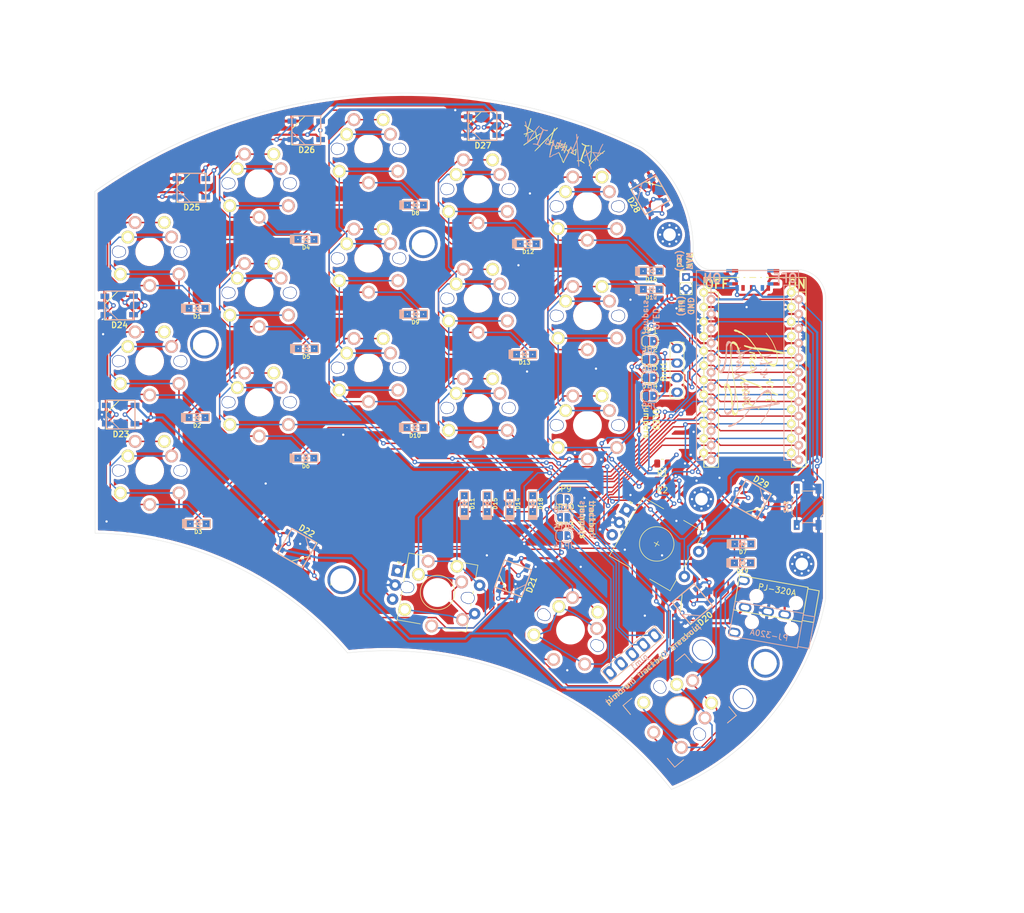
<source format=kicad_pcb>
(kicad_pcb (version 20211014) (generator pcbnew)
  (layers (0 "F.Cu" signal) (31 "B.Cu" signal) (34 "B.Paste" user) (35 "F.Paste" user) (36 "B.SilkS" user "B.Silkscreen") (37 "F.SilkS" user "F.Silkscreen") (38 "B.Mask" user) (39 "F.Mask" user) (44 "Edge.Cuts" user))
  (net 0 "")
  (net 1 "Net-(Brd1-Pad2)")
  (net 2 "Net-(Brd1-Pad1)")
  (net 3 "Net-(Brd1-Pad3)")
  (net 4 "Net-(Brd1-Pad4)")
  (net 5 "Net-(D1-Pad2)")
  (net 6 "row0")
  (net 7 "Net-(D2-Pad2)")
  (net 8 "row1")
  (net 9 "Net-(D3-Pad2)")
  (net 10 "row2")
  (net 11 "Net-(D4-Pad2)")
  (net 12 "Net-(D5-Pad2)")
  (net 13 "Net-(D6-Pad2)")
  (net 14 "enc0row")
  (net 15 "row3")
  (net 16 "Net-(D8-Pad2)")
  (net 17 "Net-(D9-Pad2)")
  (net 18 "Net-(D10-Pad2)")
  (net 19 "enc1row")
  (net 20 "Net-(D12-Pad2)")
  (net 21 "Net-(D13-Pad2)")
  (net 22 "Net-(D14-Pad2)")
  (net 23 "Net-(D15-Pad2)")
  (net 24 "Net-(D16-Pad2)")
  (net 25 "Net-(D17-Pad2)")
  (net 26 "Net-(D18-Pad2)")
  (net 27 "Net-(D19-Pad2)")
  (net 28 "power")
  (net 29 "Net-(D20-Pad2)")
  (net 30 "leds")
  (net 31 "ground")
  (net 32 "Net-(D21-Pad2)")
  (net 33 "Net-(D22-Pad2)")
  (net 34 "Net-(D23-Pad2)")
  (net 35 "Net-(D24-Pad2)")
  (net 36 "Net-(D25-Pad2)")
  (net 37 "Net-(D26-Pad2)")
  (net 38 "Net-(D27-Pad2)")
  (net 39 "Net-(D28-Pad2)")
  (net 40 "sda")
  (net 41 "scl")
  (net 42 "col0")
  (net 43 "col1")
  (net 44 "col2")
  (net 45 "col3")
  (net 46 "col4")
  (net 47 "reset")
  (net 48 "enc0db")
  (net 49 "enc0da")
  (net 50 "enc1db")
  (net 51 "enc1da")
  (net 52 "connection")
  (net 53 "Net-(U2-Pad1)")
  (net 54 "Net-(U1-Pad15)")
  (net 55 "Net-(D20-Pad4)")
  (net 56 "Net-(JP18-Pad2)")
  (net 57 "Net-(JP10-Pad2)")
  (net 58 "Net-(JP13-Pad2)")
  (net 59 "Net-(JP15-Pad2)")
  (net 60 "Net-(BT1-Pad1)")
  (net 61 "raw")
  (footprint "SSD1306:128x64OLED" (layer "F.Cu") (at 189.70625 90.4875 90)
    (fp_text reference "Brd1")
    (fp_text value "SSD1306")
  )
  (footprint "Keebio-Parts:D_SOD123F" (layer "F.Cu") (at 95.75 117)
    (fp_text reference "D3")
    (fp_text value "D_Small" hide)
  )
  (footprint "Jumper:SolderJumper-2_P1.3mm_Open_RoundedPad1.0x1.5mm" (layer "F.Cu") (at 174.43125 85.225)
    (fp_text reference "JP1")
    (fp_text value "Jumper_NO_Small")
  )
  (footprint "Jumper:SolderJumper-2_P1.3mm_Open_RoundedPad1.0x1.5mm" (layer "F.Cu") (at 174.43125 88.4)
    (fp_text reference "JP2")
    (fp_text value "Jumper_NO_Small")
  )
  (footprint "Jumper:SolderJumper-2_P1.3mm_Open_RoundedPad1.0x1.5mm" (layer "F.Cu") (at 174.43125 91.575)
    (fp_text reference "JP3")
    (fp_text value "Jumper_NO_Small")
  )
  (footprint "Jumper:SolderJumper-2_P1.3mm_Open_RoundedPad1.0x1.5mm" (layer "F.Cu") (at 174.43125 94.75)
    (fp_text reference "JP4")
    (fp_text value "Jumper_NO_Small")
  )
  (footprint "other_parts:MillMax_CherryMX_Choc_1u_reversible" (layer "F.Cu") (at 87.30565 69.64235)
    (fp_text reference "MX1" hide)
    (fp_text value "MX-NoLED" hide)
  )
  (footprint "other_parts:MillMax_CherryMX_Choc_1u_reversible" (layer "F.Cu") (at 87.30565 88.69375)
    (fp_text reference "MX2" hide)
    (fp_text value "MX-NoLED" hide)
  )
  (footprint "other_parts:MillMax_CherryMX_Choc_1u_reversible" (layer "F.Cu") (at 87.3125 107.74375)
    (fp_text reference "MX3" hide)
    (fp_text value "MX-NoLED" hide)
  )
  (footprint "other_parts:MillMax_CherryMX_Choc_1u_reversible" (layer "F.Cu") (at 106.35445 57.7361)
    (fp_text reference "MX4" hide)
    (fp_text value "MX-NoLED" hide)
  )
  (footprint "other_parts:MillMax_CherryMX_Choc_1u_reversible" (layer "F.Cu") (at 106.3625 76.7875)
    (fp_text reference "MX5" hide)
    (fp_text value "MX-NoLED" hide)
  )
  (footprint "other_parts:MillMax_CherryMX_Choc_1u_reversible" (layer "F.Cu") (at 106.3625 95.8375)
    (fp_text reference "MX6" hide)
    (fp_text value "MX-NoLED" hide)
  )
  (footprint "other_parts:MillMax_CherryMX_Choc_1u_reversible" (layer "F.Cu") (at 125.40325 51.7361)
    (fp_text reference "MX7" hide)
    (fp_text value "MX-NoLED" hide)
  )
  (footprint "other_parts:MillMax_CherryMX_Choc_1u_reversible" (layer "F.Cu") (at 125.4125 70.7875)
    (fp_text reference "MX8" hide)
    (fp_text value "MX-NoLED" hide)
  )
  (footprint "other_parts:MillMax_CherryMX_Choc_1u_reversible" (layer "F.Cu") (at 125.4125 89.8375)
    (fp_text reference "MX9" hide)
    (fp_text value "MX-NoLED" hide)
  )
  (footprint "other_parts:MillMax_CherryMX_Choc_1u_reversible" (layer "F.Cu") (at 137.4125 128.96875 -10)
    (fp_text reference "MX10" hide)
    (fp_text value "MX-NoLED" hide)
  )
  (footprint "other_parts:MillMax_CherryMX_Choc_1u_reversible" (layer "F.Cu") (at 144.45205 58.7361)
    (fp_text reference "MX11" hide)
    (fp_text value "MX-NoLED" hide)
  )
  (footprint "other_parts:MillMax_CherryMX_Choc_1u_reversible" (layer "F.Cu") (at 144.4625 77.7875)
    (fp_text reference "MX12" hide)
    (fp_text value "MX-NoLED" hide)
  )
  (footprint "other_parts:MillMax_CherryMX_Choc_1u_reversible" (layer "F.Cu") (at 144.4625 96.8375)
    (fp_text reference "MX13" hide)
    (fp_text value "MX-NoLED" hide)
  )
  (footprint "other_parts:MillMax_CherryMX_Choc_1u_reversible" (layer "F.Cu") (at 160.56875 135.5125 -30)
    (fp_text reference "MX14" hide)
    (fp_text value "MX-NoLED" hide)
  )
  (footprint "other_parts:MillMax_CherryMX_Choc_1u_reversible" (layer "F.Cu") (at 163.50085 61.7361)
    (fp_text reference "MX15" hide)
    (fp_text value "MX-NoLED" hide)
  )
  (footprint "other_parts:MillMax_CherryMX_Choc_1u_reversible" (layer "F.Cu") (at 163.5125 80.7875)
    (fp_text reference "MX16" hide)
    (fp_text value "MX-NoLED" hide)
  )
  (footprint "other_parts:MillMax_CherryMX_Choc_1u_reversible" (layer "F.Cu") (at 163.5125 99.8375)
    (fp_text reference "MX17" hide)
    (fp_text value "MX-NoLED" hide)
  )
  (footprint "other_parts:MillMax_CherryMX_Choc_1u_reversible" (layer "F.Cu") (at 179.56875 149.5125 -50)
    (fp_text reference "MX18" hide)
    (fp_text value "MX-NoLED" hide)
  )
  (footprint "Resistor_SMD:R_0805_2012Metric" (layer "F.Cu") (at 176.56875 106.5125 180)
    (fp_text reference "R1")
    (fp_text value "4.7k")
  )
  (footprint "Resistor_SMD:R_0805_2012Metric" (layer "F.Cu") (at 176.56875 109.5125 180)
    (fp_text reference "R2")
    (fp_text value "4.7k")
  )
  (footprint "Keebio-Parts:SW_SPST_TL3342" (layer "F.Cu") (at 201.84375 114.05 90)
    (fp_text reference "SW1")
    (fp_text value "SW_Push")
  )
  (footprint "other_parts:ProMicro" (layer "F.Cu") (at 192.56875 91.5125)
    (fp_text reference "U1" hide)
    (fp_text value "ProMicro" hide)
  )
  (footprint "MountingHole:MountingHole_2.2mm_M2_Pad_Via" (layer "F.Cu") (at 183.35625 112.7125)
    (fp_text reference " ")
    (fp_text value "MountingHole_2.2mm_M2_Pad_Via")
  )
  (footprint "MountingHole:MountingHole_2.2mm_M2_Pad_Via" (layer "F.Cu") (at 200.81875 124)
    (fp_text reference " ")
    (fp_text value "MountingHole_2.2mm_M2_Pad_Via")
  )
  (footprint "Keebio-Parts:RotaryEncoder_EC11-no-legs" (layer "F.Cu") (at 175.56875 120.5125 -30)
    (fp_text reference "SW3")
    (fp_text value "Rotary_Encoder_Switch")
  )
  (footprint "Keebio-Parts:RotaryEncoder_EC11-no-legs" (layer "F.Cu") (at 137.4125 128.96875 -10)
    (fp_text reference "SW4")
    (fp_text value "Rotary_Encoder_Switch")
  )
  (footprint "kbd:M2_Hole_TH_Outside" (layer "F.Cu") (at 96.8375 85.725)
    (fp_text reference "REF**")
    (fp_text value "M2_Hole_TH_Outside")
  )
  (footprint "kbd:M2_Hole_TH_Outside" (layer "F.Cu") (at 134.9375 68.2625)
    (fp_text reference "REF**")
    (fp_text value "M2_Hole_TH_Outside")
  )
  (footprint "kbd:M2_Hole_TH_Outside" (layer "F.Cu") (at 120.75 126.75)
    (fp_text reference "REF**")
    (fp_text value "M2_Hole_TH_Outside")
  )
  (footprint "kbd:M2_Hole_TH_Outside" (layer "F.Cu") (at 194.46875 141.2875)
    (fp_text reference "REF**")
    (fp_text value "M2_Hole_TH_Outside")
  )
  (footprint "MountingHole:MountingHole_2.2mm_M2_Pad_Via" (layer "F.Cu") (at 177.8 66.675)
    (fp_text reference " ")
    (fp_text value "MountingHole_2.2mm_M2_Pad_Via")
  )
  (footprint "graphics:aset" (layer "F.Cu") (at 123.75 113)
    (fp_text reference "G***" hide)
    (fp_text value "LOGO" hide)
  )
  (footprint "Keebio-Parts:TRRS-PJ-320A-dual" (layer "F.Cu") (at 201 133.35 -100)
    (fp_text reference "U2")
    (fp_text value "TRRS")
  )
  (footprint "Keebio-Parts:WS2812B" (layer "F.Cu") (at 181.76875 130.96875 -140)
    (fp_text reference "D20")
    (fp_text value "WS2812B" hide)
  )
  (footprint "Keebio-Parts:WS2812B" (layer "F.Cu") (at 150.56875 126.5125 -110)
    (fp_text reference "D21")
    (fp_text value "WS2812B" hide)
  )
  (footprint "Keebio-Parts:WS2812B" (layer "F.Cu") (at 113 121.25 -30)
    (fp_text reference "D22")
    (fp_text value "WS2812B" hide)
  )
  (footprint "Keebio-Parts:WS2812B" (layer "F.Cu") (at 82.25 98 180)
    (fp_text reference "D23")
    (fp_text value "WS2812B" hide)
  )
  (footprint "Keebio-Parts:WS2812B" (layer "F.Cu") (at 82 79 180)
    (fp_text reference "D24")
    (fp_text value "WS2812B" hide)
  )
  (footprint "Keebio-Parts:WS2812B" (layer "F.Cu") (at 94.56875 58.5125 180)
    (fp_text reference "D25")
    (fp_text value "WS2812B" hide)
  )
  (footprint "Keebio-Parts:WS2812B" (layer "F.Cu") (at 114.56875 48.5125 180)
    (fp_text reference "D26")
    (fp_text value "WS2812B" hide)
  )
  (footprint "Keebio-Parts:WS2812B" (layer "F.Cu") (at 145.25 47.75 180)
    (fp_text reference "D27")
    (fp_text value "WS2812B" hide)
  )
  (footprint "Keebio-Parts:WS2812B" (layer "F.Cu") (at 174.5 59.75 120)
    (fp_text reference "D28")
    (fp_text value "WS2812B" hide)
  )
  (footprint "Keebio-Parts:WS2812B" (layer "F.Cu") (at 192.0875 112.7125 -30)
    (fp_text reference "D29")
    (fp_text value "WS2812B" hide)
  )
  (footprint "Keebio-Parts:D_SOD123F" (layer "F.Cu") (at 95.56875 79.5125)
    (fp_text reference "D1")
    (fp_text value "D_Small" hide)
  )
  (footprint "Keebio-Parts:D_SOD123F" (layer "F.Cu") (at 95.56875 98.5125)
    (fp_text reference "D2")
    (fp_text value "D_Small" hide)
  )
  (footprint "Keebio-Parts:D_SOD123F" (layer "F.Cu") (at 114.51875 67.5125)
    (fp_text reference "D4")
    (fp_text value "D_Small" hide)
  )
  (footprint "Keebio-Parts:D_SOD123F" (layer "F.Cu") (at 114.56875 86.5125)
    (fp_text reference "D5")
    (fp_text value "D_Small" hide)
  )
  (footprint "Keebio-Parts:D_SOD123F" (layer "F.Cu") (at 114.4875 105.56875)
    (fp_text reference "D6")
    (fp_text value "D_Small" hide)
  )
  (footprint "Keebio-Parts:D_SOD123F" (layer "F.Cu") (at 190.56875 120.5125)
    (fp_text reference "D7")
    (fp_text value "D_Small" hide)
  )
  (footprint "Keebio-Parts:D_SOD123F" (layer "F.Cu") (at 133.56875 61.5125)
    (fp_text reference "D8")
    (fp_text value "D_Small" hide)
  )
  (footprint "Keebio-Parts:D_SOD123F" (layer "F.Cu") (at 133.56875 80.5125)
    (fp_text reference "D9")
    (fp_text value "D_Small" hide)
  )
  (footprint "Keebio-Parts:D_SOD123F" (layer "F.Cu") (at 133.5 100.25)
    (fp_text reference "D10")
    (fp_text value "D_Small" hide)
  )
  (footprint "Keebio-Parts:D_SOD123F" (layer "F.Cu") (at 142.08125 113.50625 90)
    (fp_text reference "D11")
    (fp_text value "D_Small" hide)
  )
  (footprint "Keebio-Parts:D_SOD123F" (layer "F.Cu") (at 153.19375 68.2625)
    (fp_text reference "D12")
    (fp_text value "D_Small" hide)
  )
  (footprint "Keebio-Parts:D_SOD123F" (layer "F.Cu") (at 152.56875 87.5125)
    (fp_text reference "D13")
    (fp_text value "D_Small" hide)
  )
  (footprint "Keebio-Parts:D_SOD123F" (layer "F.Cu") (at 150.01875 113.50625 90)
    (fp_text reference "D14")
    (fp_text value "D_Small" hide)
  )
  (footprint "Keebio-Parts:D_SOD123F" (layer "F.Cu") (at 146.05 113.50625 90)
    (fp_text reference "D15")
    (fp_text value "D_Small" hide)
  )
  (footprint "Keebio-Parts:D_SOD123F" (layer "F.Cu") (at 174.625 73.025)
    (fp_text reference "D16")
    (fp_text value "D_Small" hide)
  )
  (footprint "Keebio-Parts:D_SOD123F" (layer "F.Cu") (at 174.625 76.2)
    (fp_text reference "D17")
    (fp_text value "D_Small" hide)
  )
  (footprint "Keebio-Parts:D_SOD123F" (layer "F.Cu") (at 153.9875 113.50625 90)
    (fp_text reference "D18")
    (fp_text value "D_Small" hide)
  )
  (footprint "Keebio-Parts:D_SOD123F" (layer "F.Cu") (at 190.5 123.825)
    (fp_text reference "D19")
    (fp_text value "D_Small" hide)
  )
  (footprint "Jumper:SolderJumper-2_P1.3mm_Open_RoundedPad1.0x1.5mm" (layer "F.Cu") (at 159.4 112.7125)
    (fp_text reference "JP9")
    (fp_text value "Jumper_NO_Small")
  )
  (footprint "Jumper:SolderJumper-2_P1.3mm_Open_RoundedPad1.0x1.5mm" (layer "F.Cu") (at 159.4 115.8875)
    (fp_text reference "JP10")
    (fp_text value "Jumper_NO_Small")
  )
  (footprint "Jumper:SolderJumper-2_P1.3mm_Open_RoundedPad1.0x1.5mm" (layer "F.Cu") (at 159.4 119.0625)
    (fp_text reference "JP13")
    (fp_text value "Jumper_NO_Small")
  )
  (footprint "Connector_PinHeader_2.00mm:PinHeader_1x02_P2.00mm_Vertical" (layer "F.Cu") (at 180.682 74.052)
    (fp_text reference "BT1" hide)
    (fp_text value "Bat_loc1")
  )
  (footprint "other_parts:switch_MSK-12C02_smd" (layer "F.Cu") (at 192.8 72.75 -90)
    (fp_text reference "SW6")
    (fp_text value "SW_DIP_x01")
  )
  (footprint "graphics:logo" (layer "F.Cu") (at 191.858 91.546 -90)
    (fp_text reference "G***" hide)
    (fp_text value "LOGO" hide)
  )
  (footprint "graphics:mangoiv" (layer "F.Cu") (at 156.298 53.954 -110)
    (fp_text reference "G***" hide)
    (fp_text value "LOGO" hide)
  )
  (footprint "Jumper:SolderJumper-2_P1.3mm_Open_RoundedPad1.0x1.5mm" (layer "B.Cu") (at 174.2875 85.225)
    (fp_text reference "JP5")
    (fp_text value "Jumper_NO_Small")
  )
  (footprint "Jumper:SolderJumper-2_P1.3mm_Open_RoundedPad1.0x1.5mm" (layer "B.Cu") (at 174.2875 88.4)
    (fp_text reference "JP6")
    (fp_text value "Jumper_NO_Small")
  )
  (footprint "Jumper:SolderJumper-2_P1.3mm_Open_RoundedPad1.0x1.5mm" (layer "B.Cu") (at 174.2875 91.575)
    (fp_text reference "JP7")
    (fp_text value "Jumper_NO_Small")
  )
  (footprint "Jumper:SolderJumper-2_P1.3mm_Open_RoundedPad1.0x1.5mm" (layer "B.Cu") (at 174.2875 94.75)
    (fp_text reference "JP8")
    (fp_text value "Jumper_NO_Small")
  )
  (footprint "Keebio-Parts:SW_SPST_TL3342" (layer "B.Cu") (at 201.84375 114.05 -90)
    (fp_text reference "SW2")
    (fp_text value "SW_Push")
  )
  (footprint "graphics:aset" (layer "B.Cu") (at 125.25 113.25 180)
    (fp_text reference "G***" hide)
    (fp_text value "LOGO" hide)
  )
  (footprint "other_parts:pimoroni_left_side_mount" (layer "B.Cu") (at 179.56875 149.5125 -140)
    (fp_text reference "pim1")
    (fp_text value "Conn_01x05")
  )
  (footprint "Jumper:SolderJumper-2_P1.3mm_Open_RoundedPad1.0x1.5mm" (layer "B.Cu") (at 159.4 119.0625)
    (fp_text reference "JP14")
    (fp_text value "Jumper_NO_Small")
  )
  (footprint "Jumper:SolderJumper-2_P1.3mm_Open_RoundedPad1.0x1.5mm" (layer "B.Cu") (at 159.4 115.8875)
    (fp_text reference "JP15")
    (fp_text value "Jumper_NO_Small")
  )
  (footprint "Jumper:SolderJumper-2_P1.3mm_Open_RoundedPad1.0x1.5mm" (layer "B.Cu") (at 159.4 112.7125)
    (fp_text reference "JP18")
    (fp_text value "Jumper_NO_Small")
  )
  (footprint "other_parts:switch_MSK-12C02_smd" (layer "B.Cu") (at 191.77 72.75 -90)
    (fp_text reference "SW5")
    (fp_text value "SW_DIP_x01")
  )
  (footprint "graphics:logo" (layer "B.Cu") (at 190.842 91.8 90)
    (fp_text reference "G***" hide)
    (fp_text value "LOGO" hide)
  )
  (footprint "graphics:mangoiv" (layer "B.Cu") (at 159.346 54.97 -110)
    (fp_text reference "G***" hide)
    (fp_text value "LOGO" hide)
  )
  (gr_line (start 181.949314 69.605711) (end 182 69.75) (layer "Edge.Cuts") (width 0.05))
  (gr_line (start 185 72.75) (end 200 72.75) (layer "Edge.Cuts") (width 0.05))
  (gr_arc (start 173.037499 51.593751) (mid 179.672669 59.521493) (end 181.949314 69.605711) (layer "Edge.Cuts") (width 0.05))
  (gr_line (start 77.749541 59.145712) (end 77.794796 118.63649) (layer "Edge.Cuts") (width 0.05))
  (gr_arc (start 77.794796 118.63649) (mid 102.027063 124.312494) (end 121.749255 139.493235) (layer "Edge.Cuts") (width 0.05))
  (gr_arc (start 121.749255 139.493235) (mid 153.026625 144.046258) (end 178.128606 163.252882) (layer "Edge.Cuts") (width 0.05))
  (gr_arc (start 185 72.75) (mid 182.87868 71.87132) (end 182 69.75) (layer "Edge.Cuts") (width 0.05))
  (gr_line (start 205 77.75) (end 205 130) (layer "Edge.Cuts") (width 0.05))
  (gr_arc (start 205 130) (mid 195.803993 150.052501) (end 178.128606 163.252882) (layer "Edge.Cuts") (width 0.05))
  (gr_arc (start 200 72.75) (mid 203.535534 74.214466) (end 205 77.75) (layer "Edge.Cuts") (width 0.05))
  (gr_arc (start 77.749541 59.145712) (mid 124.358316 42.307899) (end 173.037499 51.593751) (layer "Edge.Cuts") (width 0.05))
  (gr_text "trackball \njumpers" (at 163.5125 115.8875 270) (layer "B.SilkS") (effects (font (size 1 1) (thickness 0.2)) (justify mirror)))
  (gr_text "OLED \njumpers" (at 174.625 80.9625 270) (layer "B.SilkS") (effects (font (size 1 1) (thickness 0.2)) (justify mirror)))
  (gr_text "OFF" (at 197.954 74.274) (layer "B.SilkS") (effects (font (size 1.5 1.5) (thickness 0.3)) (justify mirror)))
  (gr_text "ON" (at 185.254 74.274) (layer "B.SilkS") (effects (font (size 1.5 1.5) (thickness 0.3)) (justify mirror)))
  (gr_text "GND\n(blk)" (at 180.682 79.1 270) (layer "B.SilkS") (effects (font (size 1 1) (thickness 0.2)) (justify mirror)))
  (gr_text "RAW\n(red)" (at 180.428 71.226 -90) (layer "B.SilkS") (effects (font (size 1 1) (thickness 0.2)) (justify mirror)))
  (gr_text "OLED \njumpers" (at 174.625 99.21875 270) (layer "F.SilkS") (effects (font (size 1 1) (thickness 0.2))))
  (gr_text "GND\n(blk)" (at 180.682 79.1 270) (layer "F.SilkS") (effects (font (size 1 1) (thickness 0.2))))
  (gr_text "RAW\n(red)" (at 180.428 71.226 270) (layer "F.SilkS") (effects (font (size 1 1) (thickness 0.2))))
  (gr_text "ON" (at 199.986 75.29) (layer "F.SilkS") (effects (font (size 1.5 1.5) (thickness 0.3))))
  (gr_text "OFF" (at 186.016 75.29) (layer "F.SilkS") (effects (font (size 1.5 1.5) (thickness 0.3))))
  (gr_text "trackball \njumpers" (at 163.5125 116.68125 270) (layer "F.SilkS") (effects (font (size 1 1) (thickness 0.2))))
  (segment (start 175.08125 91.575) (end 179.09875 91.575) (width 0.25) (layer "F.Cu") (net 1))
  (segment (start 179.09875 91.575) (end 179.10625 91.5675) (width 0.25) (layer "F.Cu") (net 1))
  (segment (start 175.08125 91.575) (end 175.08125 91.575) (width 0.25) (layer "F.Cu") (net 1))
  (via (at 175.08125 91.575) (size 0.8) (drill 0.4) (layers "F.Cu" "B.Cu") (net 1))
  (segment (start 175.125 94.75) (end 178.46375 94.75) (width 0.25) (layer "F.Cu") (net 2))
  (segment (start 178.46375 94.75) (end 179.10625 94.1075) (width 0.25) (layer "F.Cu") (net 2))
  (segment (start 175.08125 94.75) (end 175.125 94.75) (width 0.25) (layer "F.Cu") (net 2))
  (via (at 175.125 94.75) (size 0.8) (drill 0.4) (layers "F.Cu" "B.Cu") (net 2))
  (segment (start 175.125 88.4) (end 178.47875 88.4) (width 0.25) (layer "F.Cu") (net 3))
  (segment (start 178.47875 88.4) (end 179.10625 89.0275) (width 0.25) (layer "F.Cu") (net 3))
  (segment (start 175.08125 88.4) (end 175.125 88.4) (width 0.25) (layer "F.Cu") (net 3))
  (via (at 175.125 88.4) (size 0.8) (drill 0.4) (layers "F.Cu" "B.Cu") (net 3))
  (segment (start 175.125 85.225) (end 177.84375 85.225) (width 0.25) (layer "F.Cu") (net 4))
  (segment (start 177.84375 85.225) (end 179.10625 86.4875) (width 0.25) (layer "F.Cu") (net 4))
  (segment (start 175.08125 85.225) (end 175.125 85.225) (width 0.25) (layer "F.Cu") (net 4))
  (via (at 175.125 85.225) (size 0.8) (drill 0.4) (layers "F.Cu" "B.Cu") (net 4))
  (segment (start 80.430649 67.397351) (end 83.26565 64.56235) (width 0.25) (layer "F.Cu") (net 5))
  (segment (start 84.76565 64.56235) (end 89.84565 64.56235) (width 0.25) (layer "F.Cu") (net 5))
  (segment (start 80.430649 73.891196) (end 80.430649 67.397351) (width 0.25) (layer "F.Cu") (net 5))
  (segment (start 83.26565 64.56235) (end 84.76565 64.56235) (width 0.25) (layer "F.Cu") (net 5))
  (segment (start 82.081803 75.54235) (end 80.430649 73.891196) (width 0.25) (layer "F.Cu") (net 5))
  (segment (start 87.30565 75.54235) (end 82.081803 75.54235) (width 0.25) (layer "F.Cu") (net 5))
  (segment (start 92.9986 75.54235) (end 87.30565 75.54235) (width 0.25) (layer "B.Cu") (net 5))
  (segment (start 96.96875 79.5125) (end 92.9986 75.54235) (width 0.25) (layer "B.Cu") (net 5))
  (segment (start 94.16875 73.903097) (end 94.16875 79.5125) (width 0.25) (layer "F.Cu") (net 6))
  (segment (start 113.11875 67.5125) (end 100.559347 67.5125) (width 0.25) (layer "F.Cu") (net 6))
  (segment (start 173.225 73.025) (end 156.55625 73.025) (width 0.25) (layer "F.Cu") (net 6))
  (segment (start 200.287565 93.178245) (end 186.840745 93.178245) (width 0.25) (layer "F.Cu") (net 6))
  (segment (start 176.1125 74.6125) (end 174.8125 74.6125) (width 0.25) (layer "F.Cu") (net 6))
  (segment (start 151.79375 68.2625) (end 139.806126 68.2625) (width 0.25) (layer "F.Cu") (net 6))
  (segment (start 185.645 91.9825) (end 183.74875 91.9825) (width 0.25) (layer "F.Cu") (net 6))
  (segment (start 119.11875 61.5125) (end 113.11875 67.5125) (width 0.25) (layer "F.Cu") (net 6))
  (segment (start 177.793998 78.555002) (end 177.416998 78.178002) (width 0.25) (layer "F.Cu") (net 6))
  (segment (start 100.559347 67.5125) (end 94.16875 73.903097) (width 0.25) (layer "F.Cu") (net 6))
  (segment (start 156.55625 73.025) (end 151.79375 68.2625) (width 0.25) (layer "F.Cu") (net 6))
  (segment (start 186.840745 93.178245) (end 185.645 91.9825) (width 0.25) (layer "F.Cu") (net 6))
  (segment (start 177.416998 75.916998) (end 176.1125 74.6125) (width 0.25) (layer "F.Cu") (net 6))
  (segment (start 139.806126 68.2625) (end 133.056126 61.5125) (width 0.25) (layer "F.Cu") (net 6))
  (segment (start 174.8125 74.6125) (end 173.225 73.025) (width 0.25) (layer "F.Cu") (net 6))
  (segment (start 183.74875 91.9825) (end 181.768749 90.002499) (width 0.25) (layer "F.Cu") (net 6))
  (segment (start 181.768749 81.071749) (end 179.252002 78.555002) (width 0.25) (layer "F.Cu") (net 6))
  (segment (start 177.416998 78.178002) (end 177.416998 75.916998) (width 0.25) (layer "F.Cu") (net 6))
  (segment (start 179.252002 78.555002) (end 177.793998 78.555002) (width 0.25) (layer "F.Cu") (net 6))
  (segment (start 132.16875 61.5125) (end 119.11875 61.5125) (width 0.25) (layer "F.Cu") (net 6))
  (segment (start 181.768749 90.002499) (end 181.768749 81.071749) (width 0.25) (layer "F.Cu") (net 6))
  (segment (start 133.056126 61.5125) (end 132.16875 61.5125) (width 0.25) (layer "F.Cu") (net 6))
  (segment (start 84.76565 83.61375) (end 89.84565 83.61375) (width 0.25) (layer "F.Cu") (net 7))
  (segment (start 80.43065 92.942597) (end 80.43065 86.44875) (width 0.25) (layer "F.Cu") (net 7))
  (segment (start 87.30565 94.59375) (end 87.196389 94.484489) (width 0.25) (layer "F.Cu") (net 7))
  (segment (start 80.43065 86.44875) (end 83.26565 83.61375) (width 0.25) (layer "F.Cu") (net 7))
  (segment (start 81.972542 94.484489) (end 80.43065 92.942597) (width 0.25) (layer "F.Cu") (net 7))
  (segment (start 83.26565 83.61375) (end 84.76565 83.61375) (width 0.25) (layer "F.Cu") (net 7))
  (segment (start 87.196389 94.484489) (end 81.972542 94.484489) (width 0.25) (layer "F.Cu") (net 7))
  (segment (start 96.96875 98.5125) (end 93.05 94.59375) (width 0.25) (layer "B.Cu") (net 7))
  (segment (start 93.05 94.59375) (end 87.30565 94.59375) (width 0.25) (layer "B.Cu") (net 7))
  (segment (start 186.656327 95.718245) (end 185.394332 94.45625) (width 0.25) (layer "F.Cu") (net 8))
  (segment (start 119.16875 80.5125) (end 113.16875 86.5125) (width 0.25) (layer "F.Cu") (net 8))
  (segment (start 170.84375 73.81875) (end 158.75 73.81875) (width 0.25) (layer "F.Cu") (net 8))
  (segment (start 105.31875 86.5125) (end 94.16875 97.6625) (width 0.25) (layer "F.Cu") (net 8))
  (segment (start 153.19375 79.375) (end 153.19375 85.4875) (width 0.25) (layer "F.Cu") (net 8))
  (segment (start 181.318739 91.739003) (end 181.318739 84.293739) (width 0.25) (layer "F.Cu") (net 8))
  (segment (start 94.16875 97.6625) (end 94.16875 98.5125) (width 0.25) (layer "F.Cu") (net 8))
  (segment (start 113.16875 86.5125) (end 105.31875 86.5125) (width 0.25) (layer "F.Cu") (net 8))
  (segment (start 158.75 73.81875) (end 153.19375 79.375) (width 0.25) (layer "F.Cu") (net 8))
  (segment (start 151.16875 87.5125) (end 139.16875 87.5125) (width 0.25) (layer "F.Cu") (net 8))
  (segment (start 153.19375 85.4875) (end 151.16875 87.5125) (width 0.25) (layer "F.Cu") (net 8))
  (segment (start 183.74875 94.5225) (end 183.74875 94.169014) (width 0.25) (layer "F.Cu") (net 8))
  (segment (start 183.74875 94.169014) (end 181.318739 91.739003) (width 0.25) (layer "F.Cu") (net 8))
  (segment (start 183.815 94.45625) (end 183.74875 94.5225) (width 0.25) (layer "F.Cu") (net 8))
  (segment (start 139.16875 87.5125) (end 132.16875 80.5125) (width 0.25) (layer "F.Cu") (net 8))
  (segment (start 173.225 76.2) (end 170.84375 73.81875) (width 0.25) (layer "F.Cu") (net 8))
  (segment (start 185.394332 94.45625) (end 183.815 94.45625) (width 0.25) (layer "F.Cu") (net 8))
  (segment (start 181.318739 84.293739) (end 173.225 76.2) (width 0.25) (layer "F.Cu") (net 8))
  (segment (start 200.287565 95.718245) (end 186.656327 95.718245) (width 0.25) (layer "F.Cu") (net 8))
  (segment (start 132.16875 80.5125) (end 119.16875 80.5125) (width 0.25) (layer "F.Cu") (net 8))
  (segment (start 82.088653 113.64375) (end 80.437499 111.992596) (width 0.25) (layer "F.Cu") (net 9))
  (segment (start 80.437499 105.498751) (end 83.2725 102.66375) (width 0.25) (layer "F.Cu") (net 9))
  (segment (start 87.3125 113.64375) (end 82.088653 113.64375) (width 0.25) (layer "F.Cu") (net 9))
  (segment (start 84.7725 102.66375) (end 89.8525 102.66375) (width 0.25) (layer "F.Cu") (net 9))
  (segment (start 80.437499 111.992596) (end 80.437499 105.498751) (width 0.25) (layer "F.Cu") (net 9))
  (segment (start 83.2725 102.66375) (end 84.7725 102.66375) (width 0.25) (layer "F.Cu") (net 9))
  (segment (start 93.79375 113.64375) (end 87.3125 113.64375) (width 0.25) (layer "B.Cu") (net 9))
  (segment (start 97.15 117) (end 93.79375 113.64375) (width 0.25) (layer "B.Cu") (net 9))
  (segment (start 168.168728 109.643772) (end 158.399978 109.643772) (width 0.25) (layer "F.Cu") (net 10))
  (segment (start 132.1 100.25) (end 118.40625 100.25) (width 0.25) (layer "F.Cu") (net 10))
  (segment (start 178.603924 99.433268) (end 178.379232 99.433268) (width 0.25) (layer "F.Cu") (net 10))
  (segment (start 186.656327 98.258245) (end 185.460582 97.0625) (width 0.25) (layer "F.Cu") (net 10))
  (segment (start 105.78125 105.56875) (end 94.35 117) (width 0.25) (layer "F.Cu") (net 10))
  (segment (start 182.018593 98.792657) (end 179.244535 98.792657) (width 0.25) (layer "F.Cu") (net 10))
  (segment (start 153.9875 114.90625) (end 150.01875 114.90625) (width 0.25) (layer "F.Cu") (net 10))
  (segment (start 158.399978 109.643772) (end 153.9875 114.05625) (width 0.25) (layer "F.Cu") (net 10))
  (segment (start 183.74875 97.0625) (end 182.018593 98.792657) (width 0.25) (layer "F.Cu") (net 10))
  (segment (start 200.287565 98.258245) (end 186.656327 98.258245) (width 0.25) (layer "F.Cu") (net 10))
  (segment (start 113.0875 105.56875) (end 105.78125 105.56875) (width 0.25) (layer "F.Cu") (net 10))
  (segment (start 153.9875 114.05625) (end 153.9875 114.90625) (width 0.25) (layer "F.Cu") (net 10))
  (segment (start 118.40625 100.25) (end 113.0875 105.56875) (width 0.25) (layer "F.Cu") (net 10))
  (segment (start 136.625 104.775) (end 132.1 100.25) (width 0.25) (layer "F.Cu") (net 10))
  (segment (start 185.460582 97.0625) (end 183.74875 97.0625) (width 0.25) (layer "F.Cu") (net 10))
  (segment (start 140.7375 104.775) (end 136.625 104.775) (width 0.25) (layer "F.Cu") (net 10))
  (segment (start 150.01875 114.05625) (end 140.7375 104.775) (width 0.25) (layer "F.Cu") (net 10))
  (segment (start 179.244535 98.792657) (end 178.603924 99.433268) (width 0.25) (layer "F.Cu") (net 10))
  (segment (start 150.01875 114.90625) (end 150.01875 114.05625) (width 0.25) (layer "F.Cu") (net 10))
  (segment (start 178.379232 99.433268) (end 168.168728 109.643772) (width 0.25) (layer "F.Cu") (net 10))
  (segment (start 106.35445 63.6361) (end 101.130603 63.6361) (width 0.25) (layer "F.Cu") (net 11))
  (segment (start 99.479449 61.984946) (end 99.479449 56.137254) (width 0.25) (layer "F.Cu") (net 11))
  (segment (start 102.960603 52.6561) (end 103.81445 52.6561) (width 0.25) (layer "F.Cu") (net 11))
  (segment (start 101.130603 63.6361) (end 99.479449 61.984946) (width 0.25) (layer "F.Cu") (net 11))
  (segment (start 103.81445 52.6561) (end 108.89445 52.6561) (width 0.25) (layer "F.Cu") (net 11))
  (segment (start 99.479449 56.137254) (end 102.960603 52.6561) (width 0.25) (layer "F.Cu") (net 11))
  (segment (start 115.91875 67.5125) (end 114.993749 66.587499) (width 0.25) (layer "B.Cu") (net 11))
  (segment (start 109.305849 66.587499) (end 106.35445 63.6361) (width 0.25) (layer "B.Cu") (net 11))
  (segment (start 114.993749 66.587499) (end 109.305849 66.587499) (width 0.25) (layer "B.Cu") (net 11))
  (segment (start 103.8225 71.7075) (end 108.9025 71.7075) (width 0.25) (layer "F.Cu") (net 12))
  (segment (start 99.487499 75.188654) (end 102.968653 71.7075) (width 0.25) (layer "F.Cu") (net 12))
  (segment (start 101.138653 82.6875) (end 99.487499 81.036346) (width 0.25) (layer "F.Cu") (net 12))
  (segment (start 106.3625 82.6875) (end 101.138653 82.6875) (width 0.25) (layer "F.Cu") (net 12))
  (segment (start 99.487499 81.036346) (end 99.487499 75.188654) (width 0.25) (layer "F.Cu") (net 12))
  (segment (start 102.968653 71.7075) (end 103.8225 71.7075) (width 0.25) (layer "F.Cu") (net 12))
  (segment (start 115.96875 86.5125) (end 112.14375 82.6875) (width 0.25) (layer "B.Cu") (net 12))
  (segment (start 112.14375 82.6875) (end 106.3625 82.6875) (width 0.25) (layer "B.Cu") (net 12))
  (segment (start 99.487499 93.592501) (end 102.3225 90.7575) (width 0.25) (layer "F.Cu") (net 13))
  (segment (start 102.3225 90.7575) (end 103.8225 90.7575) (width 0.25) (layer "F.Cu") (net 13))
  (segment (start 106.3625 101.7375) (end 101.138653 101.7375) (width 0.25) (layer "F.Cu") (net 13))
  (segment (start 99.487499 100.086346) (end 99.487499 93.592501) (width 0.25) (layer "F.Cu") (net 13))
  (segment (start 101.138653 101.7375) (end 99.487499 100.086346) (width 0.25) (layer "F.Cu") (net 13))
  (segment (start 103.8225 90.7575) (end 108.9025 90.7575) (width 0.25) (layer "F.Cu") (net 13))
  (segment (start 112.05625 101.7375) (end 106.3625 101.7375) (width 0.25) (layer "B.Cu") (net 13))
  (segment (start 115.8875 105.56875) (end 112.05625 101.7375) (width 0.25) (layer "B.Cu") (net 13))
  (segment (start 191.96875 120.5125) (end 191.043749 119.587499) (width 0.25) (layer "B.Cu") (net 14))
  (segment (start 191.043749 119.587499) (end 185.140865 119.587499) (width 0.25) (layer "B.Cu") (net 14))
  (segment (start 185.140865 119.587499) (end 182.880928 121.847436) (width 0.25) (layer "B.Cu") (net 14))
  (segment (start 183.74875 99.6025) (end 180.68751 99.6025) (width 0.25) (layer "F.Cu") (net 15))
  (segment (start 200.287565 100.798245) (end 186.656327 100.798245) (width 0.25) (layer "F.Cu") (net 15))
  (segment (start 185.460582 99.6025) (end 183.74875 99.6025) (width 0.25) (layer "F.Cu") (net 15))
  (segment (start 189.1 123.825) (end 189.1 120.58125) (width 0.25) (layer "F.Cu") (net 15))
  (segment (start 189.16875 114.349997) (end 182.781404 107.962651) (width 0.25) (layer "F.Cu") (net 15))
  (segment (start 146.05 114.90625) (end 147.64375 116.5) (width 0.25) (layer "F.Cu") (net 15))
  (segment (start 155.5 115.5) (end 155.5 113.58125) (width 0.25) (layer "F.Cu") (net 15))
  (segment (start 154.5 116.5) (end 155.5 115.5) (width 0.25) (layer "F.Cu") (net 15))
  (segment (start 180.165001 100.125009) (end 180.565 99.72501) (width 0.25) (layer "F.Cu") (net 15))
  (segment (start 178.465759 100.125009) (end 180.165001 100.125009) (width 0.25) (layer "F.Cu") (net 15))
  (segment (start 142.08125 114.90625) (end 146.05 114.90625) (width 0.25) (layer "F.Cu") (net 15))
  (segment (start 155.5 113.58125) (end 158.406261 110.674989) (width 0.25) (layer "F.Cu") (net 15))
  (segment (start 158.406261 110.674989) (end 167.915779 110.674989) (width 0.25) (layer "F.Cu") (net 15))
  (segment (start 189.16875 120.5125) (end 189.16875 114.349997) (width 0.25) (layer "F.Cu") (net 15))
  (segment (start 147.64375 116.5) (end 154.5 116.5) (width 0.25) (layer "F.Cu") (net 15))
  (segment (start 186.656327 100.798245) (end 185.460582 99.6025) (width 0.25) (layer "F.Cu") (net 15))
  (segment (start 180.68751 99.6025) (end 180.565 99.72501) (width 0.25) (layer "F.Cu") (net 15))
  (segment (start 189.1 120.58125) (end 189.16875 120.5125) (width 0.25) (layer "F.Cu") (net 15))
  (segment (start 167.915779 110.674989) (end 178.465759 100.125009) (width 0.25) (layer "F.Cu") (net 15))
  (via (at 182.781404 107.962651) (size 0.8) (drill 0.4) (layers "F.Cu" "B.Cu") (net 15))
  (via (at 180.565 99.72501) (size 0.8) (drill 0.4) (layers "F.Cu" "B.Cu") (net 15))
  (segment (start 182.781404 107.962651) (end 182.781404 107.396966) (width 0.25) (layer "B.Cu") (net 15))
  (segment (start 182.781404 107.396966) (end 180.565 105.180562) (width 0.25) (layer "B.Cu") (net 15))
  (segment (start 180.565 105.180562) (end 180.565 99.72501) (width 0.25) (layer "B.Cu") (net 15))
  (segment (start 122.86325 46.6561) (end 127.94325 46.6561) (width 0.25) (layer "F.Cu") (net 16))
  (segment (start 118.528249 50.137254) (end 122.009403 46.6561) (width 0.25) (layer "F.Cu") (net 16))
  (segment (start 125.40325 57.6361) (end 120.179403 57.6361) (width 0.25) (layer "F.Cu") (net 16))
  (segment (start 120.179403 57.6361) (end 118.528249 55.984946) (width 0.25) (layer "F.Cu") (net 16))
  (segment (start 122.009403 46.6561) (end 122.86325 46.6561) (width 0.25) (layer "F.Cu") (net 16))
  (segment (start 118.528249 55.984946) (end 118.528249 50.137254) (width 0.25) (layer "F.Cu") (net 16))
  (segment (start 131.09235 57.6361) (end 125.40325 57.6361) (width 0.25) (layer "B.Cu") (net 16))
  (segment (start 134.96875 61.5125) (end 131.09235 57.6361) (width 0.25) (layer "B.Cu") (net 16))
  (segment (start 122.8725 65.7075) (end 127.9525 65.7075) (width 0.25) (layer "F.Cu") (net 17))
  (segment (start 122.018653 65.7075) (end 122.8725 65.7075) (width 0.25) (layer "F.Cu") (net 17))
  (segment (start 118.537499 69.188654) (end 122.018653 65.7075) (width 0.25) (layer "F.Cu") (net 17))
  (segment (start 118.537499 75.036346) (end 118.537499 69.188654) (width 0.25) (layer "F.Cu") (net 17))
  (segment (start 125.4125 76.6875) (end 120.188653 76.6875) (width 0.25) (layer "F.Cu") (net 17))
  (segment (start 120.188653 76.6875) (end 118.537499 75.036346) (width 0.25) (layer "F.Cu") (net 17))
  (segment (start 134.96875 80.5125) (end 131.14375 76.6875) (width 0.25) (layer "B.Cu") (net 17))
  (segment (start 131.14375 76.6875) (end 125.4125 76.6875) (width 0.25) (layer "B.Cu") (net 17))
  (segment (start 121.3725 84.7575) (end 118.537499 87.592501) (width 0.25) (layer "F.Cu") (net 18))
  (segment (start 118.537499 94.086346) (end 120.188653 95.7375) (width 0.25) (layer "F.Cu") (net 18))
  (segment (start 127.9525 84.7575) (end 122.8725 84.7575) (width 0.25) (layer "F.Cu") (net 18))
  (segment (start 118.537499 87.592501) (end 118.537499 94.086346) (width 0.25) (layer "F.Cu") (net 18))
  (segment (start 120.188653 95.7375) (end 125.4125 95.7375) (width 0.25) (layer "F.Cu") (net 18))
  (segment (start 122.8725 84.7575) (end 121.3725 84.7575) (width 0.25) (layer "F.Cu") (net 18))
  (segment (start 134.9 100.25) (end 130.3875 95.7375) (width 0.25) (layer "B.Cu") (net 18))
  (segment (start 130.3875 95.7375) (end 125.4125 95.7375) (width 0.25) (layer "B.Cu") (net 18))
  (segment (start 136.747562 135.138702) (end 136.387976 134.779116) (width 0.25) (layer "B.Cu") (net 19))
  (segment (start 145.740274 128.722267) (end 145.740274 133.059726) (width 0.25) (layer "B.Cu") (net 19))
  (segment (start 140.796044 124.406993) (end 141.425 124.406993) (width 0.25) (layer "B.Cu") (net 19))
  (segment (start 140.796044 113.391456) (end 142.08125 112.10625) (width 0.25) (layer "B.Cu") (net 19))
  (segment (start 141.425 124.406993) (end 144.740275 127.722268) (width 0.25) (layer "B.Cu") (net 19))
  (segment (start 140.796044 124.406993) (end 140.796044 113.391456) (width 0.25) (layer "B.Cu") (net 19))
  (segment (start 145.740274 133.059726) (end 143.661298 135.138702) (width 0.25) (layer "B.Cu") (net 19))
  (segment (start 139.913911 123.52486) (end 140.796044 124.406993) (width 0.25) (layer "B.Cu") (net 19))
  (segment (start 143.661298 135.138702) (end 136.747562 135.138702) (width 0.25) (layer "B.Cu") (net 19))
  (segment (start 144.740275 127.722268) (end 145.740274 128.722267) (width 0.25) (layer "B.Cu") (net 19))
  (segment (start 135.793221 123.52486) (end 139.913911 123.52486) (width 0.25) (layer "B.Cu") (net 19))
  (segment (start 137.577049 62.984946) (end 137.577049 57.137254) (width 0.25) (layer "F.Cu") (net 20))
  (segment (start 141.91205 53.6561) (end 146.99205 53.6561) (width 0.25) (layer "F.Cu") (net 20))
  (segment (start 144.45205 64.6361) (end 139.228203 64.6361) (width 0.25) (layer "F.Cu") (net 20))
  (segment (start 137.577049 57.137254) (end 141.058203 53.6561) (width 0.25) (layer "F.Cu") (net 20))
  (segment (start 141.058203 53.6561) (end 141.91205 53.6561) (width 0.25) (layer "F.Cu") (net 20))
  (segment (start 139.228203 64.6361) (end 137.577049 62.984946) (width 0.25) (layer "F.Cu") (net 20))
  (segment (start 154.59375 68.2625) (end 150.96735 64.6361) (width 0.25) (layer "B.Cu") (net 20))
  (segment (start 150.96735 64.6361) (end 144.45205 64.6361) (width 0.25) (layer "B.Cu") (net 20))
  (segment (start 137.587499 76.188654) (end 141.068653 72.7075) (width 0.25) (layer "F.Cu") (net 21))
  (segment (start 141.068653 72.7075) (end 147.0025 72.7075) (width 0.25) (layer "F.Cu") (net 21))
  (segment (start 139.238653 83.6875) (end 137.587499 82.036346) (width 0.25) (layer "F.Cu") (net 21))
  (segment (start 144.4625 83.6875) (end 139.238653 83.6875) (width 0.25) (layer "F.Cu") (net 21))
  (segment (start 137.587499 82.036346) (end 137.587499 76.188654) (width 0.25) (layer "F.Cu") (net 21))
  (segment (start 150.14375 83.6875) (end 144.4625 83.6875) (width 0.25) (layer "B.Cu") (net 21))
  (segment (start 153.96875 87.5125) (end 150.14375 83.6875) (width 0.25) (layer "B.Cu") (net 21))
  (segment (start 150.01875 112.10625) (end 150.01875 108.29375) (width 0.25) (layer "F.Cu") (net 22))
  (segment (start 137.587499 101.086346) (end 137.587499 94.592501) (width 0.25) (layer "F.Cu") (net 22))
  (segment (start 144.4625 102.7375) (end 139.238653 102.7375) (width 0.25) (layer "F.Cu") (net 22))
  (segment (start 150.01875 108.29375) (end 144.4625 102.7375) (width 0.25) (layer "F.Cu") (net 22))
  (segment (start 139.238653 102.7375) (end 137.587499 101.086346) (width 0.25) (layer "F.Cu") (net 22))
  (segment (start 140.4225 91.7575) (end 147.0025 91.7575) (width 0.25) (layer "F.Cu") (net 22))
  (segment (start 137.587499 94.592501) (end 140.4225 91.7575) (width 0.25) (layer "F.Cu") (net 22))
  (segment (start 152.563605 137.033411) (end 156.152244 140.62205) (width 0.25) (layer "F.Cu") (net 23))
  (segment (start 160.909045 129.843091) (end 156.690017 129.843091) (width 0.25) (layer "F.Cu") (net 23))
  (segment (start 152.563605 133.969503) (end 152.563605 137.033411) (width 0.25) (layer "F.Cu") (net 23))
  (segment (start 162.768455 129.843091) (end 165.308455 132.383091) (width 0.25) (layer "F.Cu") (net 23))
  (segment (start 156.152244 140.62205) (end 157.61875 140.62205) (width 0.25) (layer "F.Cu") (net 23))
  (segment (start 160.909045 129.843091) (end 162.768455 129.843091) (width 0.25) (layer "F.Cu") (net 23))
  (segment (start 156.690017 129.843091) (end 152.563605 133.969503) (width 0.25) (layer "F.Cu") (net 23))
  (segment (start 146.05 112.95625) (end 160.909045 127.815295) (width 0.25) (layer "B.Cu") (net 23))
  (segment (start 160.909045 127.815295) (end 160.909045 129.843091) (width 0.25) (layer "B.Cu") (net 23))
  (segment (start 146.05 112.10625) (end 146.05 112.95625) (width 0.25) (layer "B.Cu") (net 23))
  (segment (start 160.96085 56.6561) (end 166.04085 56.6561) (width 0.25) (layer "F.Cu") (net 24))
  (segment (start 156.625849 65.984946) (end 156.625849 59.491101) (width 0.25) (layer "F.Cu") (net 24))
  (segment (start 156.625849 59.491101) (end 159.46085 56.6561) (width 0.25) (layer "F.Cu") (net 24))
  (segment (start 163.50085 67.6361) (end 158.277003 67.6361) (width 0.25) (layer "F.Cu") (net 24))
  (segment (start 158.277003 67.6361) (end 156.625849 65.984946) (width 0.25) (layer "F.Cu") (net 24))
  (segment (start 159.46085 56.6561) (end 160.96085 56.6561) (width 0.25) (layer "F.Cu") (net 24))
  (segment (start 170.6361 67.6361) (end 163.50085 67.6361) (width 0.25) (layer "B.Cu") (net 24))
  (segment (start 176.025 73.025) (end 170.6361 67.6361) (width 0.25) (layer "B.Cu") (net 24))
  (segment (start 156.637499 85.036346) (end 156.637499 79.188654) (width 0.25) (layer "F.Cu") (net 25))
  (segment (start 163.5125 86.6875) (end 158.288653 86.6875) (width 0.25) (layer "F.Cu") (net 25))
  (segment (start 156.637499 79.188654) (end 160.118653 75.7075) (width 0.25) (layer "F.Cu") (net 25))
  (segment (start 166.0525 75.7075) (end 160.9725 75.7075) (width 0.25) (layer "F.Cu") (net 25))
  (segment (start 160.118653 75.7075) (end 160.9725 75.7075) (width 0.25) (layer "F.Cu") (net 25))
  (segment (start 158.288653 86.6875) (end 156.637499 85.036346) (width 0.25) (layer "F.Cu") (net 25))
  (segment (start 166.485001 75.274999) (end 166.0525 75.7075) (width 0.25) (layer "B.Cu") (net 25))
  (segment (start 176.025 76.2) (end 175.099999 75.274999) (width 0.25) (layer "B.Cu") (net 25))
  (segment (start 175.099999 75.274999) (end 166.485001 75.274999) (width 0.25) (layer "B.Cu") (net 25))
  (segment (start 158.288653 105.7375) (end 160.35625 105.7375) (width 0.25) (layer "F.Cu") (net 26))
  (segment (start 156.637499 104.086346) (end 158.288653 105.7375) (width 0.25) (layer "F.Cu") (net 26))
  (segment (start 160.9725 94.7575) (end 166.0525 94.7575) (width 0.25) (layer "F.Cu") (net 26))
  (segment (start 159.4725 94.7575) (end 160.9725 94.7575) (width 0.25) (layer "F.Cu") (net 26))
  (segment (start 156.637499 104.086346) (end 156.637499 97.592501) (width 0.25) (layer "F.Cu") (net 26))
  (segment (start 156.637499 97.592501) (end 159.4725 94.7575) (width 0.25) (layer "F.Cu") (net 26))
  (via (at 160.35625 105.7375) (size 0.8) (drill 0.4) (layers "F.Cu" "B.Cu") (net 26))
  (segment (start 160.35625 105.7375) (end 160.35625 105.7375) (width 0.25) (layer "B.Cu") (net 26))
  (segment (start 160.35625 105.7375) (end 163.5125 105.7375) (width 0.25) (layer "B.Cu") (net 26))
  (segment (start 153.9875 112.10625) (end 160.35625 105.7375) (width 0.25) (layer "B.Cu") (net 26))
  (segment (start 185.092936 148.192892) (end 185.092936 148.292936) (width 0.25) (layer "F.Cu") (net 27))
  (segment (start 185.092936 148.292936) (end 186 149.2) (width 0.25) (layer "F.Cu") (net 27))
  (segment (start 186 149.2) (end 186 153.2) (width 0.25) (layer "F.Cu") (net 27))
  (segment (start 181.4 157.8) (end 178.6 157.8) (width 0.25) (layer "F.Cu") (net 27))
  (segment (start 175.049088 154.249088) (end 175.049088 153.304947) (width 0.25) (layer "F.Cu") (net 27))
  (segment (start 181.827575 144.927531) (end 185.092936 148.192892) (width 0.25) (layer "F.Cu") (net 27))
  (segment (start 186 153.2) (end 181.4 157.8) (width 0.25) (layer "F.Cu") (net 27))
  (segment (start 178.6 157.8) (end 175.049088 154.249088) (width 0.25) (layer "F.Cu") (net 27))
  (segment (start 181.827575 144.301386) (end 181.827575 144.927531) (width 0.25) (layer "F.Cu") (net 27))
  (segment (start 191.9 123.825) (end 191.05 123.825) (width 0.25) (layer "B.Cu") (net 27))
  (segment (start 185.900924 140.228037) (end 181.827575 144.301386) (width 0.25) (layer "B.Cu") (net 27))
  (segment (start 185.900924 128.974076) (end 185.900924 140.228037) (width 0.25) (layer "B.Cu") (net 27))
  (segment (start 191.05 123.825) (end 185.900924 128.974076) (width 0.25) (layer "B.Cu") (net 27))
  (segment (start 87.5 98.5) (end 87.5 98.5) (width 0.381) (layer "F.Cu") (net 28))
  (segment (start 184.71196 127.21196) (end 184.71196 130.588017) (width 0.381) (layer "F.Cu") (net 28))
  (segment (start 79.465131 74.965131) (end 83 78.5) (width 0.381) (layer "F.Cu") (net 28))
  (segment (start 87.189932 59.272619) (end 79.465131 66.99742) (width 0.381) (layer "F.Cu") (net 28))
  (segment (start 158.227526 112.7125) (end 156.460164 114.479862) (width 0.381) (layer "F.Cu") (net 28))
  (segment (start 179.469685 77.83) (end 178.142 77.83) (width 0.381) (layer "F.Cu") (net 28))
  (segment (start 178.142 73.258) (end 178.142 77.83) (width 0.381) (layer "F.Cu") (net 28))
  (segment (start 174.363866 62.714609) (end 174.363866 69.479866) (width 0.381) (layer "F.Cu") (net 28))
  (segment (start 152 123.783892) (end 152.927278 124.71117) (width 0.381) (layer "F.Cu") (net 28))
  (segment (start 84.49936 81.650999) (end 79.91514 86.235219) (width 0.381) (layer "F.Cu") (net 28))
  (segment (start 179.5 124) (end 181.5 124) (width 0.381) (layer "F.Cu") (net 28))
  (segment (start 145.5 48) (end 146.39916 48) (width 0.381) (layer "F.Cu") (net 28))
  (segment (start 179.5 109.5) (end 177.49375 109.5) (width 0.381) (layer "F.Cu") (net 28))
  (segment (start 182.183359 134.316641) (end 176.790491 139.709509) (width 0.381) (layer "F.Cu") (net 28))
  (segment (start 111.635591 118.614506) (end 110.385494 118.614506) (width 0.381) (layer "F.Cu") (net 28))
  (segment (start 174.363866 62.714609) (end 174.363866 61.136134) (width 0.381) (layer "F.Cu") (net 28))
  (segment (start 95.927039 56.150319) (end 95.927039 58.971629) (width 0.381) (layer "F.Cu") (net 28))
  (segment (start 174.363866 61.136134) (end 175 60.5) (width 0.381) (layer "F.Cu") (net 28))
  (segment (start 79.91514 93.156128) (end 81.759012 95) (width 0.381) (layer "F.Cu") (net 28))
  (segment (start 110.385494 118.614506) (end 110 119) (width 0.381) (layer "F.Cu") (net 28))
  (segment (start 152 123) (end 158 123) (width 0.381) (layer "F.Cu") (net 28))
  (segment (start 183.485763 116.985763) (end 179.5 113) (width 0.381) (layer "F.Cu") (net 28))
  (segment (start 102.804739 49.272619) (end 97.038679 55.038679) (width 0.381) (layer "F.Cu") (net 28))
  (segment (start 175.5 130.5) (end 175.5 128) (width 0.381) (layer "F.Cu") (net 28))
  (segment (start 184.71196 127.21196) (end 184.71196 127.21196) (width 0.381) (layer "F.Cu") (net 28))
  (segment (start 87.5 98.5) (end 86.3998 99.6002) (width 0.381) (layer "F.Cu") (net 28))
  (segment (start 117.06811 50.1127) (end 116.228029 49.272619) (width 0.381) (layer "F.Cu") (net 28))
  (segment (start 177.49375 109.5) (end 177.48125 109.5125) (width 0.381) (layer "F.Cu") (net 28))
  (segment (start 181.5 124) (end 184.71196 127.21196) (width 0.381) (layer "F.Cu") (net 28))
  (segment (start 146.39916 48) (end 147.74936 49.3502) (width 0.381) (layer "F.Cu") (net 28))
  (segment (start 116.228029 49.272619) (end 114.772619 49.272619) (width 0.381) (layer "F.Cu") (net 28))
  (segment (start 160.999457 49.3502) (end 147.74936 49.3502) (width 0.381) (layer "F.Cu") (net 28))
  (segment (start 152 123) (end 152 123.783892) (width 0.381) (layer "F.Cu") (net 28))
  (segment (start 84.49936 79.99936) (end 84.49936 80.6002) (width 0.381) (layer "F.Cu") (net 28))
  (segment (start 172.5 92.85625) (end 173.78125 91.575) (width 0.381) (layer "F.Cu") (net 28))
  (segment (start 97.038679 55.038679) (end 95.927039 56.150319) (width 0.381) (layer "F.Cu") (net 28))
  (segment (start 95.927039 58.971629) (end 97.06811 60.1127) (width 0.381) (layer "F.Cu") (net 28))
  (segment (start 79.465131 66.99742) (end 79.465131 74.965131) (width 0.381) (layer "F.Cu") (net 28))
  (segment (start 97.06811 60.1127) (end 96.228029 59.272619) (width 0.381) (layer "F.Cu") (net 28))
  (segment (start 183.485763 118.485763) (end 183.485763 116.985763) (width 0.381) (layer "F.Cu") (net 28))
  (segment (start 182.28426 80.644575) (end 179.469685 77.83) (width 0.381) (layer "F.Cu") (net 28))
  (segment (start 83 78.5) (end 84.49936 79.99936) (width 0.381) (layer "F.Cu") (net 28))
  (segment (start 158 123) (end 159.01266 121.98734) (width 0.381) (layer "F.Cu") (net 28))
  (segment (start 182.28426 84.603712) (end 182.28426 80.644575) (width 0.381) (layer "F.Cu") (net 28))
  (segment (start 177.48125 106.5125) (end 177.4875 106.5125) (width 0.381) (layer "F.Cu") (net 28))
  (segment (start 174.363866 62.714609) (end 160.999457 49.3502) (width 0.381) (layer "F.Cu") (net 28))
  (segment (start 189.5 111) (end 189.800097 111) (width 0.381) (layer "F.Cu") (net 28))
  (segment (start 158.75 112.7125) (end 158.227526 112.7125) (width 0.381) (layer "F.Cu") (net 28))
  (segment (start 96.228029 59.272619) (end 87.189932 59.272619) (width 0.381) (layer "F.Cu") (net 28))
  (segment (start 114.772619 49.272619) (end 102.804739 49.272619) (width 0.381) (layer "F.Cu") (net 28))
  (segment (start 190.954961 131.578789) (end 188.217109 134.316641) (width 0.381) (layer "F.Cu") (net 28))
  (segment (start 189.800097 111) (end 190.723091 110.077006) (width 0.381) (layer "F.Cu") (net 28))
  (segment (start 86.3998 99.6002) (end 84.74936 99.6002) (width 0.381) (layer "F.Cu") (net 28))
  (segment (start 185.047565 85.558245) (end 183.238793 85.558245) (width 0.381) (layer "F.Cu") (net 28))
  (segment (start 175.5 128) (end 179.5 124) (width 0.381) (layer "F.Cu") (net 28))
  (segment (start 85.252612 95) (end 87.5 97.247388) (width 0.381) (layer "F.Cu") (net 28))
  (segment (start 177.4875 106.5125) (end 179 105) (width 0.381) (layer "F.Cu") (net 28))
  (segment (start 79.91514 86.235219) (end 79.91514 93.156128) (width 0.381) (layer "F.Cu") (net 28))
  (segment (start 87.5 97.247388) (end 87.5 98.5) (width 0.381) (layer "F.Cu") (net 28))
  (segment (start 81.759012 95) (end 85.252612 95) (width 0.381) (layer "F.Cu") (net 28))
  (segment (start 173.78125 91.575) (end 173.78125 91.23125) (width 0.381) (layer "F.Cu") (net 28))
  (segment (start 84.49936 80.6002) (end 84.49936 81.650999) (width 0.381) (layer "F.Cu") (net 28))
  (segment (start 174.363866 69.479866) (end 178.142 73.258) (width 0.381) (layer "F.Cu") (net 28))
  (segment (start 177.48125 106.5125) (end 177.48125 109.5125) (width 0.381) (layer "F.Cu") (net 28))
  (segment (start 183.238793 85.558245) (end 182.28426 84.603712) (width 0.381) (layer "F.Cu") (net 28))
  (segment (start 173.78125 91.23125) (end 172.24375 89.69375) (width 0.381) (layer "F.Cu") (net 28))
  (segment (start 188.217109 134.316641) (end 182.183359 134.316641) (width 0.381) (layer "F.Cu") (net 28))
  (segment (start 172.5 101.5) (end 172.5 92.85625) (width 0.381) (layer "F.Cu") (net 28))
  (via (at 172.24375 89.69375) (size 0.8) (drill 0.4) (layers "F.Cu" "B.Cu") (net 28))
  (via (at 172.5 101.5) (size 0.8) (drill 0.4) (layers "F.Cu" "B.Cu") (net 28))
  (via (at 83 78.5) (size 0.8) (drill 0.4) (layers "F.Cu" "B.Cu") (net 28))
  (via (at 145.5 48) (size 0.8) (drill 0.4) (layers "F.Cu" "B.Cu") (net 28))
  (via (at 97.038679 55.038679) (size 0.8) (drill 0.4) (layers "F.Cu" "B.Cu") (net 28))
  (via (at 176.790491 139.709509) (size 0.8) (drill 0.4) (layers "F.Cu" "B.Cu") (net 28))
  (via (at 175 60.5) (size 0.8) (drill 0.4) (layers "F.Cu" "B.Cu") (net 28))
  (via (at 184.71196 127.21196) (size 0.8) (drill 0.4) (layers "F.Cu" "B.Cu") (net 28))
  (via (at 175.5 130.5) (size 0.8) (drill 0.4) (layers "F.Cu" "B.Cu") (net 28))
  (via (at 110 119) (size 0.8) (drill 0.4) (layers "F.Cu" "B.Cu") (net 28))
  (via (at 183.485763 118.485763) (size 0.8) (drill 0.4) (layers "F.Cu" "B.Cu") (net 28))
  (via (at 156.460164 114.479862) (size 0.8) (drill 0.4) (layers "F.Cu" "B.Cu") (net 28))
  (via (at 179.5 109.5) (size 0.8) (drill 0.4) (layers "F.Cu" "B.Cu") (net 28))
  (via (at 114.772619 49.272619) (size 0.8) (drill 0.4) (layers "F.Cu" "B.Cu") (net 28))
  (via (at 178.142 77.83) (size 0.8) (drill 0.4) (layers "F.Cu" "B.Cu") (net 28))
  (via (at 179.5 113) (size 0.8) (drill 0.4) (layers "F.Cu" "B.Cu") (net 28))
  (via (at 189.5 111) (size 0.8) (drill 0.4) (layers "F.Cu" "B.Cu") (net 28))
  (via (at 152 123) (size 0.8) (drill 0.4) (layers "F.Cu" "B.Cu") (net 28))
  (via (at 87.5 98.5) (size 0.8) (drill 0.4) (layers "F.Cu" "B.Cu") (net 28))
  (via (at 159.01266 121.98734) (size 0.8) (drill 0.4) (layers "F.Cu" "B.Cu") (net 28))
  (via (at 179 105) (size 0.8) (drill 0.4) (layers "F.Cu" "B.Cu") (net 28))
  (segment (start 183.485763 118.485763) (end 181 120.971525) (width 0.381) (layer "B.Cu") (net 28))
  (segment (start 110 119) (end 110.035391 119.035391) (width 0.381) (layer "B.Cu") (net 28))
  (segment (start 172.34375 89.69375) (end 173.6375 88.4) (width 0.381) (layer "B.Cu") (net 28))
  (segment (start 86.84956 98.5) (end 84.74936 96.3998) (width 0.381) (layer "B.Cu") (net 28))
  (segment (start 97.06811 56.9123) (end 97.06811 55.06811) (width 0.381) (layer "B.Cu") (net 28))
  (segment (start 147.74936 46.1498) (end 147.3502 46.1498) (width 0.381) (layer "B.Cu") (net 28))
  (segment (start 143.104191 136.104191) (end 149.604191 136.104191) (width 0.381) (layer "B.Cu") (net 28))
  (segment (start 184.71196 127.21196) (end 183.57919 127.21196) (width 0.381) (layer "B.Cu") (net 28))
  (segment (start 189.122891 112.848634) (end 189.122891 111.377109) (width 0.381) (layer "B.Cu") (net 28))
  (segment (start 183.57919 127.21196) (end 182.654782 128.136368) (width 0.381) (layer "B.Cu") (net 28))
  (segment (start 147.3502 46.1498) (end 146.608289 46.891711) (width 0.381) (layer "B.Cu") (net 28))
  (segment (start 181 120.971525) (end 181 124.738694) (width 0.381) (layer "B.Cu") (net 28))
  (segment (start 119.98041 44) (end 117.06811 46.9123) (width 0.381) (layer "B.Cu") (net 28))
  (segment (start 114.909611 122.5) (end 116.5 122.897598) (width 0.381) (layer "B.Cu") (net 28))
  (segment (start 89.5 98.5) (end 110 119) (width 0.381) (layer "B.Cu") (net 28))
  (segment (start 159 145.5) (end 171 145.5) (width 0.381) (layer "B.Cu") (net 28))
  (segment (start 171 145.5) (end 176.790491 139.709509) (width 0.381) (layer "B.Cu") (net 28))
  (segment (start 122.388971 123) (end 124.5 125.111029) (width 0.381) (layer "B.Cu") (net 28))
  (segment (start 151.383431 123.616569) (end 152 123) (width 0.381) (layer "B.Cu") (net 28))
  (segment (start 198.98875 84.3625) (end 186.24331 84.3625) (width 0.381) (layer "B.Cu") (net 28))
  (segment (start 182.654782 126.393476) (end 182.654782 128.136368) (width 0.381) (layer "B.Cu") (net 28))
  (segment (start 143.104191 136.104191) (end 143.424851 136.104191) (width 0.381) (layer "B.Cu") (net 28))
  (segment (start 84.1002 77.3998) (end 83 78.5) (width 0.381) (layer "B.Cu") (net 28))
  (segment (start 175.785219 108.214781) (end 174.044839 108.214781) (width 0.381) (layer "B.Cu") (net 28))
  (segment (start 117.06811 46.9123) (end 117.06811 46.977128) (width 0.381) (layer "B.Cu") (net 28))
  (segment (start 124.5 129) (end 132.5 137) (width 0.381) (layer "B.Cu") (net 28))
  (segment (start 147.74936 46.1498) (end 145.59956 44) (width 0.381) (layer "B.Cu") (net 28))
  (segment (start 145.59956 44) (end 119.98041 44) (width 0.381) (layer "B.Cu") (net 28))
  (segment (start 179 105) (end 175.785219 108.214781) (width 0.381) (layer "B.Cu") (net 28))
  (segment (start 181 124.738694) (end 182.654782 126.393476) (width 0.381) (layer "B.Cu") (net 28))
  (segment (start 172.24375 89.69375) (end 172.34375 89.69375) (width 0.381) (layer "B.Cu") (net 28))
  (segment (start 173.6375 88.4) (end 172 86.7625) (width 0.381) (layer "B.Cu") (net 28))
  (segment (start 87.5 98.5) (end 86.84956 98.5) (width 0.381) (layer "B.Cu") (net 28))
  (segment (start 179.5 113) (end 179.5 109.5) (width 0.381) (layer "B.Cu") (net 28))
  (segment (start 189.122891 112.848634) (end 183.485763 118.485763) (width 0.381) (layer "B.Cu") (net 28))
  (segment (start 189.122891 111.377109) (end 189.5 111) (width 0.381) (layer "B.Cu") (net 28))
  (segment (start 117.06811 46.977128) (end 114.772619 49.272619) (width 0.381) (layer "B.Cu") (net 28))
  (segment (start 158.75 119.0625) (end 158.75 121.72468) (width 0.381) (layer "B.Cu") (net 28))
  (segment (start 124.5 125.111029) (end 124.5 129) (width 0.381) (layer "B.Cu") (net 28))
  (segment (start 143.424851 136.104191) (end 149.919885 129.609157) (width 0.381) (layer "B.Cu") (net 28))
  (segment (start 172 83.152315) (end 177.322315 77.83) (width 0.381) (layer "B.Cu") (net 28))
  (segment (start 110.035391 121.386134) (end 110.149257 121.5) (width 0.381) (layer "B.Cu") (net 28))
  (segment (start 142.208382 137) (end 143.104191 136.104191) (width 0.381) (layer "B.Cu") (net 28))
  (segment (start 110.035391 119.035391) (end 110.035391 121.386134) (width 0.381) (layer "B.Cu") (net 28))
  (segment (start 174.044839 108.214781) (end 172.5 106.669942) (width 0.381) (layer "B.Cu") (net 28))
  (segment (start 149.604191 136.104191) (end 159 145.5) (width 0.381) (layer "B.Cu") (net 28))
  (segment (start 97.06811 55.06811) (end 97.038679 55.038679) (width 0.381) (layer "B.Cu") (net 28))
  (segment (start 156.460164 114.479862) (end 156.460164 116.772664) (width 0.381) (layer "B.Cu") (net 28))
  (segment (start 176.521085 60.5) (end 177.135494 61.114409) (width 0.381) (layer "B.Cu") (net 28))
  (segment (start 116.5 122.897598) (end 122.388971 123) (width 0.381) (layer "B.Cu") (net 28))
  (segment (start 186.24331 84.3625) (end 185.047565 85.558245) (width 0.381) (layer "B.Cu") (net 28))
  (segment (start 177.4 139.1) (end 177.4 132.4) (width 0.381) (layer "B.Cu") (net 28))
  (segment (start 172 86.7625) (end 172 83.152315) (width 0.381) (layer "B.Cu") (net 28))
  (segment (start 172.5 106.669942) (end 172.5 101.5) (width 0.381) (layer "B.Cu") (net 28))
  (segment (start 177.4 132.4) (end 175.5 130.5) (width 0.381) (layer "B.Cu") (net 28))
  (segment (start 87.5 98.5) (end 89.5 98.5) (width 0.381) (layer "B.Cu") (net 28))
  (segment (start 175 60.5) (end 176.521085 60.5) (width 0.381) (layer "B.Cu") (net 28))
  (segment (start 177.322315 77.83) (end 178.142 77.83) (width 0.381) (layer "B.Cu") (net 28))
  (segment (start 158.75 121.72468) (end 159.01266 121.98734) (width 0.381) (layer "B.Cu") (net 28))
  (segment (start 149.919885 129.609157) (end 149.919885 123.616569) (width 0.381) (layer "B.Cu") (net 28))
  (segment (start 176.790491 139.709509) (end 177.4 139.1) (width 0.381) (layer "B.Cu") (net 28))
  (segment (start 149.919885 123.616569) (end 151.383431 123.616569) (width 0.381) (layer "B.Cu") (net 28))
  (segment (start 146.608289 46.891711) (end 145.5 48) (width 0.381) (layer "B.Cu") (net 28))
  (segment (start 84.49936 77.3998) (end 84.1002 77.3998) (width 0.381) (layer "B.Cu") (net 28))
  (segment (start 110.149257 121.5) (end 114.909611 122.5) (width 0.381) (layer "B.Cu") (net 28))
  (segment (start 132.5 137) (end 142.208382 137) (width 0.381) (layer "B.Cu") (net 28))
  (segment (start 156.460164 116.772664) (end 158.75 119.0625) (width 0.381) (layer "B.Cu") (net 28))
  (segment (start 160.093784 145.2) (end 151.217615 136.323831) (width 0.25) (layer "F.Cu") (net 29))
  (segment (start 169.2 145.2) (end 160.093784 145.2) (width 0.25) (layer "F.Cu") (net 29))
  (segment (start 151.217615 136.323831) (end 151.217615 129.408431) (width 0.25) (layer "F.Cu") (net 29))
  (segment (start 182.654782 130.345218) (end 182 131) (width 0.25) (layer "F.Cu") (net 29))
  (segment (start 178.791874 130.197618) (end 177.6 131.389492) (width 0.25) (layer "F.Cu") (net 29))
  (segment (start 150.626046 130) (end 151.217615 129.408431) (width 0.25) (layer "F.Cu") (net 29))
  (segment (start 182 131) (end 181.197618 130.197618) (width 0.25) (layer "F.Cu") (net 29))
  (segment (start 182.654782 128.136368) (end 182.654782 130.345218) (width 0.25) (layer "F.Cu") (net 29))
  (segment (start 177.6 131.389492) (end 177.6 136.8) (width 0.25) (layer "F.Cu") (net 29))
  (segment (start 177.6 136.8) (end 169.2 145.2) (width 0.25) (layer "F.Cu") (net 29))
  (segment (start 148 130) (end 150.626046 130) (width 0.25) (layer "F.Cu") (net 29))
  (segment (start 181.197618 130.197618) (end 178.791874 130.197618) (width 0.25) (layer "F.Cu") (net 29))
  (via (at 148 130) (size 0.8) (drill 0.4) (layers "F.Cu" "B.Cu") (net 29))
  (via (at 182 131) (size 0.8) (drill 0.4) (layers "F.Cu" "B.Cu") (net 29))
  (segment (start 148.210222 129.789778) (end 148 130) (width 0.25) (layer "B.Cu") (net 29))
  (segment (start 182.411983 130.588017) (end 184.71196 130.588017) (width 0.25) (layer "B.Cu") (net 29))
  (segment (start 182 131) (end 182.411983 130.588017) (width 0.25) (layer "B.Cu") (net 29))
  (segment (start 148.210222 128.31383) (end 148.210222 129.789778) (width 0.25) (layer "B.Cu") (net 29))
  (segment (start 195.052109 113.747793) (end 194.649951 114.149951) (width 0.25) (layer "F.Cu") (net 30))
  (segment (start 198.778752 114) (end 198.639115 114) (width 0.25) (layer "F.Cu") (net 30))
  (segment (start 200.287565 77.938245) (end 186.656327 77.938245) (width 0.25) (layer "F.Cu") (net 30))
  (segment (start 203.5 109.278752) (end 198.778752 114) (width 0.25) (layer "F.Cu") (net 30))
  (segment (start 203.5 107) (end 203.5 109.278752) (width 0.25) (layer "F.Cu") (net 30))
  (segment (start 185.460582 76.7425) (end 183.74875 76.7425) (width 0.25) (layer "F.Cu") (net 30))
  (segment (start 186.656327 77.938245) (end 185.460582 76.7425) (width 0.25) (layer "F.Cu") (net 30))
  (segment (start 195.052109 112.576366) (end 195.052109 113.747793) (width 0.25) (layer "F.Cu") (net 30))
  (via (at 203.5 107) (size 0.8) (drill 0.4) (layers "F.Cu" "B.Cu") (net 30))
  (via (at 198.639115 114) (size 0.8) (drill 0.4) (layers "F.Cu" "B.Cu") (net 30))
  (via (at 194.649951 114.149951) (size 0.8) (drill 0.4) (layers "F.Cu" "B.Cu") (net 30))
  (segment (start 203.573002 107) (end 203.5 107) (width 0.25) (layer "B.Cu") (net 30))
  (segment (start 200.287565 77.938245) (end 204.225001 81.875681) (width 0.25) (layer "B.Cu") (net 30))
  (segment (start 194.799903 114) (end 194.649951 114.149951) (width 0.25) (layer "B.Cu") (net 30))
  (segment (start 198.639115 114) (end 194.799903 114) (width 0.25) (layer "B.Cu") (net 30))
  (segment (start 204.225001 106.348001) (end 203.573002 107) (width 0.25) (layer "B.Cu") (net 30))
  (segment (start 204.225001 81.875681) (end 204.225001 106.348001) (width 0.25) (layer "B.Cu") (net 30))
  (segment (start 194.649951 114.149951) (end 193.451909 115.347994) (width 0.25) (layer "B.Cu") (net 30))
  (segment (start 162.34474 124.5) (end 167.037806 124.5) (width 0.381) (layer "F.Cu") (net 31))
  (segment (start 150.18617 128.31383) (end 151 127.5) (width 0.381) (layer "F.Cu") (net 31))
  (segment (start 186.753267 85.558245) (end 185.557522 84.3625) (width 0.381) (layer "F.Cu") (net 31))
  (segment (start 79.75064 97.24936) (end 79 98) (width 0.381) (layer "F.Cu") (net 31))
  (segment (start 181.5 105) (end 181.5 105.500003) (width 0.381) (layer "F.Cu") (net 31))
  (segment (start 178.82554 131.349483) (end 178.82554 133.314981) (width 0.381) (layer "F.Cu") (net 31))
  (segment (start 200.287565 85.558245) (end 186.753267 85.558245) (width 0.381) (layer "F.Cu") (net 31))
  (segment (start 158.75 119.0625) (end 153.939804 119.0625) (width 0.381) (layer "F.Cu") (net 31))
  (segment (start 178.870882 108.698174) (end 180.500003 107.069053) (width 0.381) (layer "F.Cu") (net 31))
  (segment (start 79.75064 96.3998) (end 79.75064 97.24936) (width 0.381) (layer "F.Cu") (net 31))
  (segment (start 185.557522 84.3625) (end 185.58387 84.3625) (width 0.381) (layer "F.Cu") (net 31))
  (segment (start 165.725 118) (end 165.5 118) (width 0.381) (layer "F.Cu") (net 31))
  (segment (start 186.928125 83.018245) (end 186.999495 83.018245) (width 0.381) (layer "F.Cu") (net 31))
  (segment (start 114.364409 123.885494) (end 114.364409 121.364409) (width 0.381) (layer "F.Cu") (net 31))
  (segment (start 178.82554 133.314981) (end 178.640521 133.5) (width 0.381) (layer "F.Cu") (net 31))
  (segment (start 114.364409 121.364409) (end 113.5 120.5) (width 0.381) (layer "F.Cu") (net 31))
  (segment (start 165.5 118) (end 163 115.5) (width 0.381) (layer "F.Cu") (net 31))
  (segment (start 173.78125 94.75) (end 173.78125 94.002408) (width 0.381) (layer "F.Cu") (net 31))
  (segment (start 185.557522 84.3625) (end 183.74875 84.3625) (width 0.381) (layer "F.Cu") (net 31))
  (segment (start 148.210222 128.31383) (end 150.18617 128.31383) (width 0.381) (layer "F.Cu") (net 31))
  (segment (start 186.011261 81.441941) (end 185.047565 80.478245) (width 0.381) (layer "F.Cu") (net 31))
  (segment (start 186.011261 81.75625) (end 186.011261 81.441941) (width 0.381) (layer "F.Cu") (net 31))
  (segment (start 186.011261 81.75625) (end 183.815 81.75625) (width 0.381) (layer "F.Cu") (net 31))
  (segment (start 186.999495 82.744484) (end 186.011261 81.75625) (width 0.381) (layer "F.Cu") (net 31))
  (segment (start 185.58387 84.3625) (end 186.928125 83.018245) (width 0.381) (layer "F.Cu") (net 31))
  (segment (start 200.287565 83.018245) (end 186.999495 83.018245) (width 0.381) (layer "F.Cu") (net 31))
  (segment (start 153.939804 119.0625) (end 152.501152 120.501152) (width 0.381) (layer "F.Cu") (net 31))
  (segment (start 183.815 81.75625) (end 183.74875 81.8225) (width 0.381) (layer "F.Cu") (net 31))
  (segment (start 186.999495 83.018245) (end 186.999495 82.744484) (width 0.381) (layer "F.Cu") (net 31))
  (segment (start 173.78125 94.002408) (end 174.783658 93) (width 0.381) (layer "F.Cu") (net 31))
  (segment (start 167.037806 124.5) (end 170.018903 121.518903) (width 0.381) (layer "F.Cu") (net 31))
  (segment (start 181.5 105.500003) (end 180.500003 106.5) (width 0.381) (layer "F.Cu") (net 31))
  (segment (start 180.500003 107.069053) (end 180.500003 106.5) (width 0.381) (layer "F.Cu") (net 31))
  (segment (start 154.5 124.5) (end 162.34474 124.5) (width 0.381) (layer "F.Cu") (net 31))
  (segment (start 174.783658 93) (end 176.28125 93) (width 0.381) (layer "F.Cu") (net 31))
  (via (at 182.5 109.5) (size 0.8) (drill 0.4) (layers "F.Cu" "B.Cu") (net 31))
  (via (at 179 116.5) (size 0.8) (drill 0.4) (layers "F.Cu" "B.Cu") (net 31))
  (via (at 181.5 105) (size 0.8) (drill 0.4) (layers "F.Cu" "B.Cu") (net 31))
  (via (at 152.501152 120.501152) (size 0.8) (drill 0.4) (layers "F.Cu" "B.Cu") (net 31))
  (via (at 165.725 118) (size 0.8) (drill 0.4) (layers "F.Cu" "B.Cu") (net 31))
  (via (at 165.93566 105.82402) (size 0.8) (drill 0.4) (layers "F.Cu" "B.Cu") (net 31))
  (via (at 162.34474 124.5) (size 0.8) (drill 0.4) (layers "F.Cu" "B.Cu") (net 31))
  (via (at 176.28125 93) (size 0.8) (drill 0.4) (layers "F.Cu" "B.Cu") (net 31))
  (via (at 182 101) (size 0.8) (drill 0.4) (layers "F.Cu" "B.Cu") (net 31))
  (via (at 176.5 122.5) (size 0.8) (drill 0.4) (layers "F.Cu" "B.Cu") (net 31))
  (via (at 170.018903 121.518903) (size 0.8) (drill 0.4) (layers "F.Cu" "B.Cu") (net 31))
  (via (at 113.5 120.5) (size 0.8) (drill 0.4) (layers "F.Cu" "B.Cu") (net 31))
  (via (at 178.640521 133.5) (size 0.8) (drill 0.4) (layers "F.Cu" "B.Cu") (net 31))
  (via (at 191.2175 79.2825) (size 0.8) (drill 0.4) (layers "F.Cu" "B.Cu") (net 31))
  (via (at 153.5 59.5) (size 0.8) (drill 0.4) (layers "F.Cu" "B.Cu") (net 31))
  (via (at 151.5 72) (size 0.8) (drill 0.4) (layers "F.Cu" "B.Cu") (net 31))
  (via (at 171 78) (size 0.8) (drill 0.4) (layers "F.Cu" "B.Cu") (net 31))
  (via (at 121 101.5) (size 0.8) (drill 0.4) (layers "F.Cu" "B.Cu") (net 31))
  (via (at 79.2 84) (size 0.8) (drill 0.4) (layers "F.Cu" "B.Cu") (net 31))
  (via (at 151 127.5) (size 0.8) (drill 0.4) (layers "F.Cu" "B.Cu") (net 31))
  (via (at 165 90) (size 0.8) (drill 0.4) (layers "F.Cu" "B.Cu") (net 31))
  (via (at 201.084261 109.415739) (size 0.8) (drill 0.4) (layers "F.Cu" "B.Cu") (net 31))
  (via (at 163 115.5) (size 0.8) (drill 0.4) (layers "F.Cu" "B.Cu") (net 31))
  (via (at 79 98) (size 0.8) (drill 0.4) (layers "F.Cu" "B.Cu") (net 31))
  (via (at 178.870882 108.698174) (size 0.8) (drill 0.4) (layers "F.Cu" "B.Cu") (net 31))
  (via (at 146 122.5) (size 0.8) (drill 0.4) (layers "F.Cu" "B.Cu") (net 31))
  (via (at 107.5 110) (size 0.8) (drill 0.4) (layers "F.Cu" "B.Cu") (net 31))
  (via (at 171 112) (size 0.8) (drill 0.4) (layers "F.Cu" "B.Cu") (net 31))
  (via (at 161.3281 104.66324) (size 0.8) (drill 0.4) (layers "F.Cu" "B.Cu") (net 31))
  (via (at 163 112.5) (size 0.8) (drill 0.4) (layers "F.Cu" "B.Cu") (net 31))
  (via (at 79.8 116.6) (size 0.8) (drill 0.4) (layers "F.Cu" "B.Cu") (net 31))
  (via (at 173.5 133) (size 0.8) (drill 0.4) (layers "F.Cu" "B.Cu") (net 31))
  (via (at 153 90.5) (size 0.8) (drill 0.4) (layers "F.Cu" "B.Cu") (net 31))
  (via (at 180.500003 106.5) (size 0.8) (drill 0.4) (layers "F.Cu" "B.Cu") (net 31))
  (via (at 179 79.5) (size 0.8) (drill 0.4) (layers "F.Cu" "B.Cu") (net 31))
  (via (at 140.5 45) (size 0.8) (drill 0.4) (layers "F.Cu" "B.Cu") (net 31))
  (via (at 160 142.5) (size 0.8) (drill 0.4) (layers "F.Cu" "B.Cu") (net 31))
  (via (at 186.5 109) (size 0.8) (drill 0.4) (layers "F.Cu" "B.Cu") (net 31))
  (via (at 154.5 124.5) (size 0.8) (drill 0.4) (layers "F.Cu" "B.Cu") (net 31))
  (segment (start 191.2175 79.2825) (end 186.24331 79.2825) (width 0.381) (layer "B.Cu") (net 31))
  (segment (start 201.084261 109.415739) (end 198.212736 109.415739) (width 0.381) (layer "B.Cu") (net 31))
  (segment (start 154.5 124.5) (end 154.5 126.126046) (width 0.381) (layer "B.Cu") (net 31))
  (segment (start 174.408978 86.36551) (end 174.030418 86.36551) (width 0.381) (layer "B.Cu") (net 31))
  (segment (start 78.600001 97.600001) (end 78.600001 81.500839) (width 0.381) (layer "B.Cu") (net 31))
  (segment (start 198.98875 79.2825) (end 191.2175 79.2825) (width 0.381) (layer "B.Cu") (net 31))
  (segment (start 154.5 126.126046) (end 151.217615 129.408431) (width 0.381) (layer "B.Cu") (net 31))
  (segment (start 198.212736 109.415739) (end 195.052109 112.576366) (width 0.381) (layer "B.Cu") (net 31))
  (segment (start 176.28125 88.237782) (end 174.408978 86.36551) (width 0.381) (layer "B.Cu") (net 31))
  (segment (start 166.9625 116.7625) (end 165.725 118) (width 0.381) (layer "B.Cu") (net 31))
  (segment (start 170.018903 117.707844) (end 169.073559 116.7625) (width 0.381) (layer "B.Cu") (net 31))
  (segment (start 182.5 109.5) (end 180.669942 109.5) (width 0.381) (layer "B.Cu") (net 31))
  (segment (start 158.75 111.964908) (end 159.142918 111.57199) (width 0.381) (layer "B.Cu") (net 31))
  (segment (start 202.259489 109.415739) (end 201.084261 109.415739) (width 0.381) (layer "B.Cu") (net 31))
  (segment (start 182 104.5) (end 181.5 105) (width 0.381) (layer "B.Cu") (net 31))
  (segment (start 79 98.84956) (end 79.75064 99.6002) (width 0.381) (layer "B.Cu") (net 31))
  (segment (start 170.018903 121.518903) (end 170.018903 117.707844) (width 0.381) (layer "B.Cu") (net 31))
  (segment (start 130.026442 127.666389) (end 128.166389 127.666389) (width 0.381) (layer "B.Cu") (net 31))
  (segment (start 182.5 109.5) (end 185.5 109.5) (width 0.381) (layer "B.Cu") (net 31))
  (segment (start 202.259489 109.415739) (end 203.74375 110.9) (width 0.381) (layer "B.Cu") (net 31))
  (segment (start 152.501152 120.501152) (end 154.5 122.5) (width 0.381) (layer "B.Cu") (net 31))
  (segment (start 186 109) (end 186.5 109) (width 0.381) (layer "B.Cu") (net 31))
  (segment (start 179.669942 108.5) (end 179 108.5) (width 0.381) (layer "B.Cu") (net 31))
  (segment (start 183.685749 81.759499) (end 183.74875 81.8225) (width 0.381) (layer "B.Cu") (net 31))
  (segment (start 169.073559 116.7625) (end 166.9625 116.7625) (width 0.381) (layer "B.Cu") (net 31))
  (segment (start 162.07199 111.57199) (end 163 112.5) (width 0.381) (layer "B.Cu") (net 31))
  (segment (start 128.166389 127.666389) (end 122.5 122) (width 0.381) (layer "B.Cu") (net 31))
  (segment (start 113.5 120.5) (end 115.350743 120.5) (width 0.381) (layer "B.Cu") (net 31))
  (segment (start 163 115.5) (end 163 112.5) (width 0.381) (layer "B.Cu") (net 31))
  (segment (start 202.259489 87.530169) (end 202.259489 109.415739) (width 0.381) (layer "B.Cu") (net 31))
  (segment (start 178.941653 133.801132) (end 178.640521 133.5) (width 0.381) (layer "B.Cu") (net 31))
  (segment (start 200.287565 85.558245) (end 202.259489 87.530169) (width 0.381) (layer "B.Cu") (net 31))
  (segment (start 158.75 112.7125) (end 158.75 111.964908) (width 0.381) (layer "B.Cu") (net 31))
  (segment (start 78.600001 81.500839) (end 79.50064 80.6002) (width 0.381) (layer "B.Cu") (net 31))
  (segment (start 173.6375 85.972592) (end 173.6375 85.225) (width 0.381) (layer "B.Cu") (net 31))
  (segment (start 116.850743 122) (end 115.964609 121.113866) (width 0.381) (layer "B.Cu") (net 31))
  (segment (start 115.350743 120.5) (end 115.964609 121.113866) (width 0.381) (layer "B.Cu") (net 31))
  (segment (start 176.28125 93) (end 176.28125 88.237782) (width 0.381) (layer "B.Cu") (net 31))
  (segment (start 151 129.190816) (end 151.217615 129.408431) (width 0.381) (layer "B.Cu") (net 31))
  (segment (start 182 101) (end 182 104.5) (width 0.381) (layer "B.Cu") (net 31))
  (segment (start 180.882718 133.801132) (end 178.941653 133.801132) (width 0.381) (layer "B.Cu") (net 31))
  (segment (start 79 98) (end 79 98.84956) (width 0.381) (layer "B.Cu") (net 31))
  (segment (start 173.6375 85.225) (end 173.6375 82.367558) (width 0.381) (layer "B.Cu") (net 31))
  (segment (start 159.142918 111.57199) (end 162.07199 111.57199) (width 0.381) (layer "B.Cu") (net 31))
  (segment (start 154.5 122.5) (end 154.5 124.5) (width 0.381) (layer "B.Cu") (net 31))
  (segment (start 151 127.5) (end 151 129.190816) (width 0.381) (layer "B.Cu") (net 31))
  (segment (start 79 98) (end 78.600001 97.600001) (width 0.381) (layer "B.Cu") (net 31))
  (segment (start 180.669942 109.5) (end 179.669942 108.5) (width 0.381) (layer "B.Cu") (net 31))
  (segment (start 173.6375 82.367558) (end 174.245559 81.759499) (width 0.381) (layer "B.Cu") (net 31))
  (segment (start 174.030418 86.36551) (end 173.6375 85.972592) (width 0.381) (layer "B.Cu") (net 31))
  (segment (start 185.5 109.5) (end 186 109) (width 0.381) (layer "B.Cu") (net 31))
  (segment (start 122.5 122) (end 116.850743 122) (width 0.381) (layer "B.Cu") (net 31))
  (segment (start 186.24331 79.2825) (end 185.047565 80.478245) (width 0.381) (layer "B.Cu") (net 31))
  (segment (start 174.245559 81.759499) (end 183.685749 81.759499) (width 0.381) (layer "B.Cu") (net 31))
  (segment (start 115.964609 126.035391) (end 115.964609 121.113866) (width 0.25) (layer "F.Cu") (net 32))
  (segment (start 138.930511 135.138702) (end 137.127329 133.33552) (width 0.25) (layer "F.Cu") (net 32))
  (segment (start 151.5 126) (end 149.919885 124.419885) (width 0.25) (layer "F.Cu") (net 32))
  (segment (start 149.919885 124.419885) (end 149.919885 123.616569) (width 0.25) (layer "F.Cu") (net 32))
  (segment (start 147.206035 126.330419) (end 147.206035 131.633636) (width 0.25) (layer "F.Cu") (net 32))
  (segment (start 143.700969 135.138702) (end 138.930511 135.138702) (width 0.25) (layer "F.Cu") (net 32))
  (segment (start 115.964609 126.145611) (end 115.964609 126.035391) (width 0.25) (layer "F.Cu") (net 32))
  (segment (start 147.206035 131.633636) (end 143.700969 135.138702) (width 0.25) (layer "F.Cu") (net 32))
  (segment (start 137.127329 133.33552) (end 123.154518 133.33552) (width 0.25) (layer "F.Cu") (net 32))
  (segment (start 123.154518 133.33552) (end 115.964609 126.145611) (width 0.25) (layer "F.Cu") (net 32))
  (segment (start 149.919885 123.616569) (end 147.206035 126.330419) (width 0.25) (layer "F.Cu") (net 32))
  (via (at 115.964609 126.035391) (size 0.8) (drill 0.4) (layers "F.Cu" "B.Cu") (net 32))
  (via (at 151.5 126) (size 0.8) (drill 0.4) (layers "F.Cu" "B.Cu") (net 32))
  (segment (start 114.364409 124.435191) (end 115.964609 126.035391) (width 0.25) (layer "B.Cu") (net 32))
  (segment (start 152.78883 124.71117) (end 151.5 126) (width 0.25) (layer "B.Cu") (net 32))
  (segment (start 152.927278 124.71117) (end 152.78883 124.71117) (width 0.25) (layer "B.Cu") (net 32))
  (segment (start 114.364409 123.885494) (end 114.364409 124.435191) (width 0.25) (layer "B.Cu") (net 32))
  (segment (start 81.5 98) (end 81.35084 98) (width 0.25) (layer "F.Cu") (net 33))
  (segment (start 79.75064 114.75064) (end 79.75064 99.6002) (width 0.25) (layer "F.Cu") (net 33))
  (segment (start 110.035391 121.386134) (end 108.099268 119.450011) (width 0.25) (layer "F.Cu") (net 33))
  (segment (start 93.6136 119.450011) (end 92.563151 118.399561) (width 0.25) (layer "F.Cu") (net 33))
  (segment (start 108.099268 119.450011) (end 93.6136 119.450011) (width 0.25) (layer "F.Cu") (net 33))
  (segment (start 81.35084 98) (end 79.75064 99.6002) (width 0.25) (layer "F.Cu") (net 33))
  (segment (start 110.921525 120.5) (end 110.035391 121.386134) (width 0.25) (layer "F.Cu") (net 33))
  (segment (start 83.399561 118.399561) (end 79.75064 114.75064) (width 0.25) (layer "F.Cu") (net 33))
  (segment (start 111.5 120.5) (end 110.921525 120.5) (width 0.25) (layer "F.Cu") (net 33))
  (segment (start 92.563151 118.399561) (end 83.399561 118.399561) (width 0.25) (layer "F.Cu") (net 33))
  (via (at 111.5 120.5) (size 0.8) (drill 0.4) (layers "F.Cu" "B.Cu") (net 33))
  (via (at 81.5 98) (size 0.8) (drill 0.4) (layers "F.Cu" "B.Cu") (net 33))
  (segment (start 79.8998 96.3998) (end 81.5 98) (width 0.25) (layer "B.Cu") (net 33))
  (segment (start 111.635591 120.364409) (end 111.5 120.5) (width 0.25) (layer "B.Cu") (net 33))
  (segment (start 111.635591 118.614506) (end 111.635591 120.364409) (width 0.25) (layer "B.Cu") (net 33))
  (segment (start 79.75064 96.3998) (end 79.8998 96.3998) (width 0.25) (layer "B.Cu") (net 33))
  (segment (start 80 85.421317) (end 80 81.09956) (width 0.25) (layer "F.Cu") (net 34))
  (segment (start 81 79) (end 81 79.10084) (width 0.25) (layer "F.Cu") (net 34))
  (segment (start 79.399629 93.369659) (end 79.399629 86.021688) (width 0.25) (layer "F.Cu") (net 34))
  (segment (start 80 94.5) (end 80 93.97003) (width 0.25) (layer "F.Cu") (net 34))
  (segment (start 79.399629 86.021688) (end 80 85.421317) (width 0.25) (layer "F.Cu") (net 34))
  (segment (start 84.6002 96.3998) (end 83 98) (width 0.25) (layer "F.Cu") (net 34))
  (segment (start 84.74936 96.3998) (end 84.64916 96.5) (width 0.25) (layer "F.Cu") (net 34))
  (segment (start 81 79.10084) (end 79.50064 80.6002) (width 0.25) (layer "F.Cu") (net 34))
  (segment (start 84.74936 96.3998) (end 84.6002 96.3998) (width 0.25) (layer "F.Cu") (net 34))
  (segment (start 84.64916 96.5) (end 82 96.5) (width 0.25) (layer "F.Cu") (net 34))
  (segment (start 80 93.97003) (end 79.399629 93.369659) (width 0.25) (layer "F.Cu") (net 34))
  (segment (start 80 81.09956) (end 79.50064 80.6002) (width 0.25) (layer "F.Cu") (net 34))
  (segment (start 82 96.5) (end 80 94.5) (width 0.25) (layer "F.Cu") (net 34))
  (via (at 81 79) (size 0.8) (drill 0.4) (layers "F.Cu" "B.Cu") (net 34))
  (via (at 83 98) (size 0.8) (drill 0.4) (layers "F.Cu" "B.Cu") (net 34))
  (segment (start 83 98) (end 83.14916 98) (width 0.25) (layer "B.Cu") (net 34))
  (segment (start 83.14916 98) (end 84.74936 99.6002) (width 0.25) (layer "B.Cu") (net 34))
  (segment (start 79.50064 77.50064) (end 81 79) (width 0.25) (layer "B.Cu") (net 34))
  (segment (start 79.50064 77.3998) (end 79.50064 77.50064) (width 0.25) (layer "B.Cu") (net 34))
  (segment (start 84.8998 77.3998) (end 86.5 79) (width 0.25) (layer "F.Cu") (net 35))
  (segment (start 79.980639 74.077596) (end 79.98064 67.21095) (width 0.25) (layer "F.Cu") (net 35))
  (segment (start 84.49936 77.3998) (end 84.8998 77.3998) (width 0.25) (layer "F.Cu") (net 35))
  (segment (start 83.302843 77.3998) (end 79.980639 74.077596) (width 0.25) (layer "F.Cu") (net 35))
  (segment (start 79.98064 67.21095) (end 87.07889 60.1127) (width 0.25) (layer "F.Cu") (net 35))
  (segment (start 87.07889 60.1127) (end 92.06939 60.1127) (width 0.25) (layer "F.Cu") (net 35))
  (segment (start 84.49936 77.3998) (end 83.302843 77.3998) (width 0.25) (layer "F.Cu") (net 35))
  (via (at 89.5 60.063119) (size 0.8) (drill 0.4) (layers "F.Cu" "B.Cu") (net 35))
  (via (at 86.5 79) (size 0.8) (drill 0.4) (layers "F.Cu" "B.Cu") (net 35))
  (segment (start 86.5 79) (end 84.8998 80.6002) (width 0.25) (layer "B.Cu") (net 35))
  (segment (start 84.8998 80.6002) (end 84.49936 80.6002) (width 0.25) (layer "B.Cu") (net 35))
  (segment (start 92.06939 57.493729) (end 89.5 60.063119) (width 0.25) (layer "B.Cu") (net 35))
  (segment (start 92.06939 56.9123) (end 92.06939 57.493729) (width 0.25) (layer "B.Cu") (net 35))
  (segment (start 109.3873 50.1127) (end 112.06939 50.1127) (width 0.25) (layer "F.Cu") (net 36))
  (segment (start 98.490205 55.490205) (end 103.86771 50.1127) (width 0.25) (layer "F.Cu") (net 36))
  (segment (start 97.06811 56.9123) (end 98.490205 55.490205) (width 0.25) (layer "F.Cu") (net 36))
  (segment (start 103.86771 50.1127) (end 109.3873 50.1127) (width 0.25) (layer "F.Cu") (net 36))
  (via (at 98.490205 55.490205) (size 0.8) (drill 0.4) (layers "F.Cu" "B.Cu") (net 36))
  (via (at 109.3873 50.1127) (size 0.8) (drill 0.4) (layers "F.Cu" "B.Cu") (net 36))
  (segment (start 112.06939 46.9123) (end 112.06939 47.43061) (width 0.25) (layer "B.Cu") (net 36))
  (segment (start 97.06811 60.1127) (end 98.490205 58.690605) (width 0.25) (layer "B.Cu") (net 36))
  (segment (start 98.490205 58.690605) (end 98.490205 55.490205) (width 0.25) (layer "B.Cu") (net 36))
  (segment (start 112.06939 47.43061) (end 109.3873 50.1127) (width 0.25) (layer "B.Cu") (net 36))
  (segment (start 117.06811 46.9123) (end 118.98041 45) (width 0.25) (layer "F.Cu") (net 37))
  (segment (start 118.98041 45) (end 138.40044 45) (width 0.25) (layer "F.Cu") (net 37))
  (segment (start 138.40044 45) (end 142.75064 49.3502) (width 0.25) (layer "F.Cu") (net 37))
  (segment (start 144.5 48) (end 144.10084 48) (width 0.25) (layer "F.Cu") (net 37))
  (segment (start 117.06811 46.9123) (end 117.06811 48.43189) (width 0.25) (layer "F.Cu") (net 37))
  (segment (start 117.06811 48.43189) (end 117 48.5) (width 0.25) (layer "F.Cu") (net 37))
  (segment (start 144.10084 48) (end 142.75064 49.3502) (width 0.25) (layer "F.Cu") (net 37))
  (via (at 144.5 48) (size 0.8) (drill 0.4) (layers "F.Cu" "B.Cu") (net 37))
  (via (at 117 48.5) (size 0.8) (drill 0.4) (layers "F.Cu" "B.Cu") (net 37))
  (segment (start 117 48.5) (end 117 50.04459) (width 0.25) (layer "B.Cu") (net 37))
  (segment (start 142.75064 46.1498) (end 142.75064 46.25064) (width 0.25) (layer "B.Cu") (net 37))
  (segment (start 142.75064 46.25064) (end 144.5 48) (width 0.25) (layer "B.Cu") (net 37))
  (segment (start 117 50.04459) (end 117.06811 50.1127) (width 0.25) (layer "B.Cu") (net 37))
  (segment (start 149.392299 47.607701) (end 161.086616 47.607701) (width 0.25) (layer "F.Cu") (net 38))
  (segment (start 172.885591 58.385591) (end 171.864506 58.385591) (width 0.25) (layer "F.Cu") (net 38))
  (segment (start 161.086616 47.607701) (end 171.864506 58.385591) (width 0.25) (layer "F.Cu") (net 38))
  (segment (start 149.207261 47.607701) (end 149.392299 47.607701) (width 0.25) (layer "F.Cu") (net 38))
  (segment (start 147.74936 46.1498) (end 149.207261 47.607701) (width 0.25) (layer "F.Cu") (net 38))
  (segment (start 174 59.5) (end 172.885591 58.385591) (width 0.25) (layer "F.Cu") (net 38))
  (via (at 174 59.5) (size 0.8) (drill 0.4) (layers "F.Cu" "B.Cu") (net 38))
  (via (at 149.392299 47.607701) (size 0.8) (drill 0.4) (layers "F.Cu" "B.Cu") (net 38))
  (segment (start 174.636134 58.863866) (end 174 59.5) (width 0.25) (layer "B.Cu") (net 38))
  (segment (start 147.74936 49.3502) (end 147.74936 49.25064) (width 0.25) (layer "B.Cu") (net 38))
  (segment (start 147.74936 49.25064) (end 149.392299 47.607701) (width 0.25) (layer "B.Cu") (net 38))
  (segment (start 174.636134 56.785391) (end 174.636134 58.863866) (width 0.25) (layer "B.Cu") (net 38))
  (segment (start 176.5 61.749903) (end 177.135494 61.114409) (width 0.25) (layer "F.Cu") (net 39))
  (segment (start 176.5 63) (end 176.5 61.749903) (width 0.25) (layer "F.Cu") (net 39))
  (via (at 176.5 63) (size 0.8) (drill 0.4) (layers "F.Cu" "B.Cu") (net 39))
  (segment (start 174.363866 62.714609) (end 176.214609 62.714609) (width 0.25) (layer "B.Cu") (net 39))
  (segment (start 176.214609 62.714609) (end 176.5 63) (width 0.25) (layer "B.Cu") (net 39))
  (segment (start 175.33606 106.5125) (end 174.42428 107.42428) (width 0.25) (layer "F.Cu") (net 40))
  (segment (start 186.656327 88.098245) (end 185.460582 86.9025) (width 0.25) (layer "F.Cu") (net 40))
  (segment (start 173.78125 85.225) (end 173.78125 85.634636) (width 0.25) (layer "F.Cu") (net 40))
  (segment (start 174.42428 107.42428) (end 169.473722 112.374838) (width 0.25) (layer "F.Cu") (net 40))
  (segment (start 175.459114 87.3125) (end 177.00625 87.3125) (width 0.25) (layer "F.Cu") (net 40))
  (segment (start 167.11162 112.790056) (end 167.11162 113.86306) (width 0.25) (layer "F.Cu") (net 40))
  (segment (start 173.78125 85.634636) (end 175.459114 87.3125) (width 0.25) (layer "F.Cu") (net 40))
  (segment (start 169.473722 112.374838) (end 167.526838 112.374838) (width 0.25) (layer "F.Cu") (net 40))
  (segment (start 176 98.5) (end 174.238577 100.261423) (width 0.25) (layer "F.Cu") (net 40))
  (segment (start 167.526838 112.374838) (end 167.11162 112.790056) (width 0.25) (layer "F.Cu") (net 40))
  (segment (start 200.287565 88.098245) (end 186.656327 88.098245) (width 0.25) (layer "F.Cu") (net 40))
  (segment (start 174.238577 100.261423) (end 174.213272 100.261423) (width 0.25) (layer "F.Cu") (net 40))
  (segment (start 174.625 82.55) (end 173.78125 83.39375) (width 0.25) (layer "F.Cu") (net 40))
  (segment (start 173.78125 83.39375) (end 173.78125 85.225) (width 0.25) (layer "F.Cu") (net 40))
  (segment (start 175.65625 106.5125) (end 175.33606 106.5125) (width 0.25) (layer "F.Cu") (net 40))
  (segment (start 176 97.5) (end 176 98.5) (width 0.25) (layer "F.Cu") (net 40))
  (segment (start 185.460582 86.9025) (end 183.74875 86.9025) (width 0.25) (layer "F.Cu") (net 40))
  (via (at 176 97.5) (size 0.8) (drill 0.4) (layers "F.Cu" "B.Cu") (net 40))
  (via (at 174.42428 107.42428) (size 0.8) (drill 0.4) (layers "F.Cu" "B.Cu") (net 40))
  (via (at 167.11162 113.86306) (size 0.8) (drill 0.4) (layers "F.Cu" "B.Cu") (net 40))
  (via (at 174.213272 100.261423) (size 0.8) (drill 0.4) (layers "F.Cu" "B.Cu") (net 40))
  (via (at 174.625 82.55) (size 0.8) (drill 0.4) (layers "F.Cu" "B.Cu") (net 40))
  (via (at 158.75 115.8875) (size 0.8) (drill 0.4) (layers "F.Cu" "B.Cu") (net 40))
  (via (at 177.00625 87.3125) (size 0.8) (drill 0.4) (layers "F.Cu" "B.Cu") (net 40))
  (segment (start 158.75 115.8875) (end 158.75 115.8875) (width 0.25) (layer "B.Cu") (net 40))
  (segment (start 173.6375 94.75) (end 173.6375 95.497592) (width 0.25) (layer "B.Cu") (net 40))
  (segment (start 175.275828 95.82501) (end 177.00625 94.094588) (width 0.25) (layer "B.Cu") (net 40))
  (segment (start 177.00625 87.3125) (end 177.00625 91.190835) (width 0.25) (layer "B.Cu") (net 40))
  (segment (start 157.1625 114.3) (end 157.1625 111.8375) (width 0.25) (layer "B.Cu") (net 40))
  (segment (start 179.39625 82.55) (end 174.625 82.55) (width 0.25) (layer "B.Cu") (net 40))
  (segment (start 183.74875 86.9025) (end 179.39625 82.55) (width 0.25) (layer "B.Cu") (net 40))
  (segment (start 159 110) (end 163.24856 110) (width 0.25) (layer "B.Cu") (net 40))
  (segment (start 174.213272 100.261423) (end 174.213272 107.213272) (width 0.25) (layer "B.Cu") (net 40))
  (segment (start 174.32501 95.82501) (end 176 97.5) (width 0.25) (layer "B.Cu") (net 40))
  (segment (start 163.24856 110) (end 167.11162 113.86306) (width 0.25) (layer "B.Cu") (net 40))
  (segment (start 174.213272 107.213272) (end 174.42428 107.42428) (width 0.25) (layer "B.Cu") (net 40))
  (segment (start 158.75 115.8875) (end 157.1625 114.3) (width 0.25) (layer "B.Cu") (net 40))
  (segment (start 173.964918 95.82501) (end 174.32501 95.82501) (width 0.25) (layer "B.Cu") (net 40))
  (segment (start 157.1625 111.8375) (end 159 110) (width 0.25) (layer "B.Cu") (net 40))
  (segment (start 173.6375 95.497592) (end 173.964918 95.82501) (width 0.25) (layer "B.Cu") (net 40))
  (segment (start 174.32501 95.82501) (end 175.275828 95.82501) (width 0.25) (layer "B.Cu") (net 40))
  (segment (start 177.00625 94.094588) (end 177.00625 91.190835) (width 0.25) (layer "B.Cu") (net 40))
  (segment (start 172.464498 88.4) (end 171.243747 89.620751) (width 0.25) (layer "F.Cu") (net 41))
  (segment (start 185.48625 89.4425) (end 183.74875 89.4425) (width 0.25) (layer "F.Cu") (net 41))
  (segment (start 171.325642 139.688746) (end 171.325642 120.774358) (width 0.25) (layer "F.Cu") (net 41))
  (segment (start 171.243747 89.620751) (end 171.243747 89.69375) (width 0.25) (layer "F.Cu") (net 41))
  (segment (start 173.78125 89.147592) (end 175.076148 90.44249) (width 0.25) (layer "F.Cu") (net 41))
  (segment (start 175.534528 112.034528) (end 175.534528 109.634222) (width 0.25) (layer "F.Cu") (net 41))
  (segment (start 172.5 110.5) (end 173.4875 109.5125) (width 0.25) (layer "F.Cu") (net 41))
  (segment (start 175.534528 109.634222) (end 175.65625 109.5125) (width 0.25) (layer "F.Cu") (net 41))
  (segment (start 166 103) (end 166 104.000001) (width 0.25) (layer "F.Cu") (net 41))
  (segment (start 173.4875 109.5125) (end 175.65625 109.5125) (width 0.25) (layer "F.Cu") (net 41))
  (segment (start 180.43126 91.101506) (end 180.43126 91.924528) (width 0.25) (layer "F.Cu") (net 41))
  (segment (start 175.076148 90.44249) (end 179.772244 90.44249) (width 0.25) (layer "F.Cu") (net 41))
  (segment (start 166 104.000001) (end 167.757094 105.757095) (width 0.25) (layer "F.Cu") (net 41))
  (segment (start 179.772244 90.44249) (end 180.43126 91.101506) (width 0.25) (layer "F.Cu") (net 41))
  (segment (start 171.325642 120.774358) (end 178.59375 113.50625) (width 0.25) (layer "F.Cu") (net 41))
  (segment (start 173.78125 88.4) (end 172.464498 88.4) (width 0.25) (layer "F.Cu") (net 41))
  (segment (start 200.287565 90.638245) (end 186.681995 90.638245) (width 0.25) (layer "F.Cu") (net 41))
  (segment (start 186.681995 90.638245) (end 185.48625 89.4425) (width 0.25) (layer "F.Cu") (net 41))
  (segment (start 180.43126 91.924528) (end 181.72501 93.218278) (width 0.25) (layer "F.Cu") (net 41))
  (segment (start 173.78125 88.4) (end 173.78125 89.147592) (width 0.25) (layer "F.Cu") (net 41))
  (via (at 175.534528 112.034528) (size 0.8) (drill 0.4) (layers "F.Cu" "B.Cu") (net 41))
  (via (at 181.72501 93.218278) (size 0.8) (drill 0.4) (layers "F.Cu" "B.Cu") (net 41))
  (via (at 178.59375 113.50625) (size 0.8) (drill 0.4) (layers "F.Cu" "B.Cu") (net 41))
  (via (at 171.243747 89.69375) (size 0.8) (drill 0.4) (layers "F.Cu" "B.Cu") (net 41))
  (via (at 167.757094 105.757095) (size 0.8) (drill 0.4) (layers "F.Cu" "B.Cu") (net 41))
  (via (at 166 103) (size 0.8) (drill 0.4) (layers "F.Cu" "B.Cu") (net 41))
  (via (at 172.5 110.5) (size 0.8) (drill 0.4) (layers "F.Cu" "B.Cu") (net 41))
  (segment (start 172.559312 91.575) (end 173.6375 91.575) (width 0.25) (layer "B.Cu") (net 41))
  (segment (start 169.86359 102) (end 167 102) (width 0.25) (layer "B.Cu") (net 41))
  (segment (start 171.243747 89.69375) (end 171.243747 90.259435) (width 0.25) (layer "B.Cu") (net 41))
  (segment (start 181.72501 91.46624) (end 181.72501 93.218278) (width 0.25) (layer "B.Cu") (net 41))
  (segment (start 183.74875 89.4425) (end 181.72501 91.46624) (width 0.25) (layer "B.Cu") (net 41))
  (segment (start 167 102) (end 166 103) (width 0.25) (layer "B.Cu") (net 41))
  (segment (start 171.243747 90.259435) (end 172.559312 91.575) (width 0.25) (layer "B.Cu") (net 41))
  (segment (start 178.59375 113.50625) (end 177.122028 112.034528) (width 0.25) (layer "B.Cu") (net 41))
  (segment (start 177.122028 112.034528) (end 175.534528 112.034528) (width 0.25) (layer "B.Cu") (net 41))
  (segment (start 167.757094 105.757095) (end 171.499999 109.5) (width 0.25) (layer "B.Cu") (net 41))
  (segment (start 171.5 109.5) (end 172.5 110.5) (width 0.25) (layer "B.Cu") (net 41))
  (segment (start 171.499999 109.5) (end 171.5 109.5) (width 0.25) (layer "B.Cu") (net 41))
  (segment (start 171.243747 100.619843) (end 169.86359 102) (width 0.25) (layer "B.Cu") (net 41))
  (segment (start 171.243747 90.259435) (end 171.243747 100.619843) (width 0.25) (layer "B.Cu") (net 41))
  (segment (start 131.200306 103.98125) (end 119.260002 103.98125) (width 0.25) (layer "F.Cu") (net 42))
  (segment (start 157.3625 106.3625) (end 156.36875 106.3625) (width 0.25) (layer "F.Cu") (net 42))
  (segment (start 91.1225 104.225673) (end 92.40565 102.942523) (width 0.25) (layer "F.Cu") (net 42))
  (segment (start 119.260002 103.98125) (end 104.241252 119) (width 0.25) (layer "F.Cu") (net 42))
  (segment (start 177.00625 97.533245) (end 177.00625 98.49375) (width 0.25) (layer "F.Cu") (net 42))
  (segment (start 104.241252 119) (end 93.8 119) (width 0.25) (layer "F.Cu") (net 42))
  (segment (start 167.55 107.95) (end 158.95 107.95) (width 0.25) (layer "F.Cu") (net 42))
  (segment (start 91.1225 105.20375) (end 91.1225 104.225673) (width 0.25) (layer "F.Cu") (net 42))
  (segment (start 92.40565 84.6006) (end 92.40565 73.54235) (width 0.25) (layer "F.Cu") (net 42))
  (segment (start 177.00625 98.49375) (end 167.55 107.95) (width 0.25) (layer "F.Cu") (net 42))
  (segment (start 93.8 119) (end 92.4125 117.6125) (width 0.25) (layer "F.Cu") (net 42))
  (segment (start 92.40565 102.942523) (end 92.40565 92.59375) (width 0.25) (layer "F.Cu") (net 42))
  (segment (start 158.95 107.95) (end 157.3625 106.3625) (width 0.25) (layer "F.Cu") (net 42))
  (segment (start 91.11565 85.8906) (end 92.40565 84.6006) (width 0.25) (layer "F.Cu") (net 42))
  (segment (start 133.465778 106.246722) (end 131.200306 103.98125) (width 0.25) (layer "F.Cu") (net 42))
  (segment (start 92.4125 117.6125) (end 92.4125 111.64375) (width 0.25) (layer "F.Cu") (net 42))
  (segment (start 91.11565 86.15375) (end 91.11565 85.8906) (width 0.25) (layer "F.Cu") (net 42))
  (via (at 156.36875 106.3625) (size 0.8) (drill 0.4) (layers "F.Cu" "B.Cu") (net 42))
  (via (at 133.465778 106.246722) (size 0.8) (drill 0.4) (layers "F.Cu" "B.Cu") (net 42))
  (via (at 177.00625 97.533245) (size 0.8) (drill 0.4) (layers "F.Cu" "B.Cu") (net 42))
  (segment (start 80.430649 88.033749) (end 82.310648 86.15375) (width 0.25) (layer "B.Cu") (net 42))
  (segment (start 178.466755 97.533245) (end 177.00625 97.533245) (width 0.25) (layer "B.Cu") (net 42))
  (segment (start 82.310648 86.15375) (end 83.49565 86.15375) (width 0.25) (layer "B.Cu") (net 42))
  (segment (start 185.047565 88.098245) (end 183.484243 88.098245) (width 0.25) (layer "B.Cu") (net 42))
  (segment (start 181 95) (end 178.466755 97.533245) (width 0.25) (layer "B.Cu") (net 42))
  (segment (start 81.99565 67.10235) (end 80.430649 68.667351) (width 0.25) (layer "B.Cu") (net 42))
  (segment (start 82.20565 92.59375) (end 80.430649 90.818749) (width 0.25) (layer "B.Cu") (net 42))
  (segment (start 80.437499 109.868749) (end 80.437499 107.083749) (width 0.25) (layer "B.Cu") (net 42))
  (segment (start 198.98875 86.9025) (end 186.24331 86.9025) (width 0.25) (layer "B.Cu") (net 42))
  (segment (start 82.20565 73.54235) (end 92.40565 73.54235) (width 0.25) (layer "B.Cu") (net 42))
  (segment (start 80.430649 90.818749) (end 80.430649 88.033749) (width 0.25) (layer "B.Cu") (net 42))
  (segment (start 83.49565 86.15375) (end 91.11565 86.15375) (width 0.25) (layer "B.Cu") (net 42))
  (segment (start 82.317498 105.20375) (end 83.5025 105.20375) (width 0.25) (layer "B.Cu") (net 42))
  (segment (start 80.430649 71.767349) (end 82.20565 73.54235) (width 0.25) (layer "B.Cu") (net 42))
  (segment (start 91.11565 67.10235) (end 83.49565 67.10235) (width 0.25) (layer "B.Cu") (net 42))
  (segment (start 181 90.582488) (end 181 95) (width 0.25) (layer "B.Cu") (net 42))
  (segment (start 80.437499 107.083749) (end 82.317498 105.20375) (width 0.25) (layer "B.Cu") (net 42))
  (segment (start 80.430649 68.667351) (end 80.430649 71.767349) (width 0.25) (layer "B.Cu") (net 42))
  (segment (start 82.2125 111.64375) (end 80.437499 109.868749) (width 0.25) (layer "B.Cu") (net 42))
  (segment (start 133.581556 106.3625) (end 133.465778 106.246722) (width 0.25) (layer "B.Cu") (net 42))
  (segment (start 91.1225 105.20375) (end 83.5025 105.20375) (width 0.25) (layer "B.Cu") (net 42))
  (segment (start 156.36875 106.3625) (end 133.581556 106.3625) (width 0.25) (layer "B.Cu") (net 42))
  (segment (start 183.484243 88.098245) (end 181 90.582488) (width 0.25) (layer "B.Cu") (net 42))
  (segment (start 186.24331 86.9025) (end 185.047565 88.098245) (width 0.25) (layer "B.Cu") (net 42))
  (segment (start 83.49565 67.10235) (end 81.99565 67.10235) (width 0.25) (layer "B.Cu") (net 42))
  (segment (start 82.2125 111.64375) (end 92.4125 111.64375) (width 0.25) (layer "B.Cu") (net 42))
  (segment (start 82.20565 92.59375) (end 92.40565 92.59375) (width 0.25) (layer "B.Cu") (net 42))
  (segment (start 172.906401 112.906401) (end 168.068279 112.906401) (width 0.25) (layer "F.Cu") (net 43))
  (segment (start 131.292058 103) (end 133.929558 105.6375) (width 0.25) (layer "F.Cu") (net 43))
  (segment (start 174.5 114.5) (end 172.906401 112.906401) (width 0.25) (layer "F.Cu") (net 43))
  (segment (start 159.087816 107.06251) (end 166.93749 107.06251) (width 0.25) (layer "F.Cu") (net 43))
  (segment (start 166.93749 107.06251) (end 166.950846 107.049154) (width 0.25) (layer "F.Cu") (net 43))
  (segment (start 158.512653 106.487347) (end 159.087816 107.06251) (width 0.25) (layer "F.Cu") (net 43))
  (segment (start 133.929558 105.6375) (end 140 105.6375) (width 0.25) (layer "F.Cu") (net 43))
  (segment (start 128 103) (end 131.292058 103) (width 0.25) (layer "F.Cu") (net 43))
  (segment (start 168.068279 112.906401) (end 167.87484 113.09984) (width 0.25) (layer "F.Cu") (net 43))
  (via (at 167.87484 113.09984) (size 0.8) (drill 0.4) (layers "F.Cu" "B.Cu") (net 43))
  (via (at 128 103) (size 0.8) (drill 0.4) (layers "F.Cu" "B.Cu") (net 43))
  (via (at 166.950846 107.049154) (size 0.8) (drill 0.4) (layers "F.Cu" "B.Cu") (net 43))
  (via (at 158.512653 106.487347) (size 0.8) (drill 0.4) (layers "F.Cu" "B.Cu") (net 43))
  (via (at 140 105.6375) (size 0.8) (drill 0.4) (layers "F.Cu" "B.Cu") (net 43))
  (via (at 174.5 114.5) (size 0.8) (drill 0.4) (layers "F.Cu" "B.Cu") (net 43))
  (segment (start 179.619072 119.619072) (end 180.380928 119.619072) (width 0.25) (layer "B.Cu") (net 43))
  (segment (start 111.4625 99.7375) (end 124.7375 99.7375) (width 0.25) (layer "B.Cu") (net 43))
  (segment (start 186.24331 89.4425) (end 185.047565 90.638245) (width 0.25) (layer "B.Cu") (net 43))
  (segment (start 101.2625 99.7375) (end 99.487499 97.962499) (width 0.25) (layer "B.Cu") (net 43))
  (segment (start 188.5 111.5) (end 188.5 109) (width 0.25) (layer "B.Cu") (net 43))
  (segment (start 153 105.6375) (end 157.662806 105.6375) (width 0.25) (layer "B.Cu") (net 43))
  (segment (start 101.25445 61.6361) (end 111.45445 61.6361) (width 0.25) (layer "B.Cu") (net 43))
  (segment (start 140 105.6375) (end 153 105.6375) (width 0.25) (layer "B.Cu") (net 43))
  (segment (start 99.487499 78.912499) (end 99.487499 76.127499) (width 0.25) (layer "B.Cu") (net 43))
  (segment (start 124.7375 99.7375) (end 128 103) (width 0.25) (layer "B.Cu") (net 43))
  (segment (start 101.2625 92.0075) (end 101.2625 80.6875) (width 0.25) (layer "B.Cu") (net 43))
  (segment (start 102.5525 74.2475) (end 110.1725 74.2475) (width 0.25) (layer "B.Cu") (net 43))
  (segment (start 102.5525 93.2975) (end 101.2625 92.0075) (width 0.25) (layer "B.Cu") (net 43))
  (segment (start 101.2625 80.6875) (end 111.4625 80.6875) (width 0.25) (layer "B.Cu") (net 43))
  (segment (start 99.487499 76.127499) (end 101.367498 74.2475) (width 0.25) (layer "B.Cu") (net 43))
  (segment (start 99.487499 97.962499) (end 99.487499 95.177499) (width 0.25) (layer "B.Cu") (net 43))
  (segment (start 189.5 108) (end 200.09406 108) (width 0.25) (layer "B.Cu") (net 43))
  (segment (start 157.662806 105.6375) (end 158.512653 106.487347) (width 0.25) (layer "B.Cu") (net 43))
  (segment (start 201.743979 106.350082) (end 201.743979 90.485897) (width 0.25) (layer "B.Cu") (net 43))
  (segment (start 200.09406 108) (end 201.743979 106.350082) (width 0.25) (layer "B.Cu") (net 43))
  (segment (start 102.5525 93.2975) (end 110.1725 93.2975) (width 0.25) (layer "B.Cu") (net 43))
  (segment (start 198.98875 89.4425) (end 186.24331 89.4425) (width 0.25) (layer "B.Cu") (net 43))
  (segment (start 101.367498 93.2975) (end 102.5525 93.2975) (width 0.25) (layer "B.Cu") (net 43))
  (segment (start 102.5525 74.2475) (end 101.25445 72.94945) (width 0.25) (layer "B.Cu") (net 43))
  (segment (start 99.479449 57.076099) (end 101.359448 55.1961) (width 0.25) (layer "B.Cu") (net 43))
  (segment (start 111.4625 99.7375) (end 101.2625 99.7375) (width 0.25) (layer "B.Cu") (net 43))
  (segment (start 188.5 109) (end 189.5 108) (width 0.25) (layer "B.Cu") (net 43))
  (segment (start 180.380928 119.619072) (end 188.5 111.5) (width 0.25) (layer "B.Cu") (net 43))
  (segment (start 101.359448 55.1961) (end 102.54445 55.1961) (width 0.25) (layer "B.Cu") (net 43))
  (segment (start 200.700582 89.4425) (end 198.98875 89.4425) (width 0.25) (layer "B.Cu") (net 43))
  (segment (start 99.487499 95.177499) (end 101.367498 93.2975) (width 0.25) (layer "B.Cu") (net 43))
  (segment (start 201.743979 90.485897) (end 200.700582 89.4425) (width 0.25) (layer "B.Cu") (net 43))
  (segment (start 101.2625 80.6875) (end 99.487499 78.912499) (width 0.25) (layer "B.Cu") (net 43))
  (segment (start 180.380928 126.177564) (end 180.380928 119.619072) (width 0.25) (layer "B.Cu") (net 43))
  (segment (start 99.479449 59.861099) (end 99.479449 57.076099) (width 0.25) (layer "B.Cu") (net 43))
  (segment (start 174.5 114.5) (end 179.619072 119.619072) (width 0.25) (layer "B.Cu") (net 43))
  (segment (start 166.950846 107.049154) (end 166.950846 112.175846) (width 0.25) (layer "B.Cu") (net 43))
  (segment (start 101.25445 72.94945) (end 101.25445 61.6361) (width 0.25) (layer "B.Cu") (net 43))
  (segment (start 102.54445 55.1961) (end 110.16445 55.1961) (width 0.25) (layer "B.Cu") (net 43))
  (segment (start 101.25445 61.6361) (end 99.479449 59.861099) (width 0.25) (layer "B.Cu") (net 43))
  (segment (start 166.950846 112.175846) (end 167.87484 113.09984) (width 0.25) (layer "B.Cu") (net 43))
  (segment (start 101.367498 74.2475) (end 102.5525 74.2475) (width 0.25) (layer "B.Cu") (net 43))
  (segment (start 167.584027 108.74375) (end 158.71843 108.74375) (width 0.25) (layer "F.Cu") (net 44))
  (segment (start 142.457821 132.646307) (end 140 130.188486) (width 0.25) (layer "F.Cu") (net 44))
  (segment (start 143.872034 132.646307) (end 142.457821 132.646307) (width 0.25) (layer "F.Cu") (net 44))
  (segment (start 178.069522 98.258255) (end 167.584027 108.74375) (width 0.25) (layer "F.Cu") (net 44))
  (segment (start 140 128.734622) (end 141.605684 127.128938) (width 0.25) (layer "F.Cu") (net 44))
  (segment (start 158.71843 108.74375) (end 157.146715 107.172035) (width 0.25) (layer "F.Cu") (net 44))
  (segment (start 140 130.188486) (end 140 128.734622) (width 0.25) (layer "F.Cu") (net 44))
  (via (at 157.146715 107.172035) (size 0.8) (drill 0.4) (layers "F.Cu" "B.Cu") (net 44))
  (via (at 178.069522 98.258255) (size 0.8) (drill 0.4) (layers "F.Cu" "B.Cu") (net 44))
  (segment (start 120.3125 93.7375) (end 118.537499 91.962499) (width 0.25) (layer "B.Cu") (net 44))
  (segment (start 186.24331 91.9825) (end 185.047565 93.178245) (width 0.25) (layer "B.Cu") (net 44))
  (segment (start 178.378156 98.258255) (end 178.069522 98.258255) (width 0.25) (layer "B.Cu") (net 44))
  (segment (start 141.757792 133.695106) (end 142.823235 133.695106) (width 0.25) (layer "B.Cu") (net 44))
  (segment (start 139.5 133) (end 141.757792 133.695106) (width 0.25) (layer "B.Cu") (net 44))
  (segment (start 121.6025 87.2975) (end 120.3125 86.0075) (width 0.25) (layer "B.Cu") (net 44))
  (segment (start 118.537499 70.127499) (end 120.417498 68.2475) (width 0.25) (layer "B.Cu") (net 44))
  (segment (start 118.528249 51.076099) (end 120.408248 49.1961) (width 0.25) (layer "B.Cu") (net 44))
  (segment (start 120.3125 74.6875) (end 118.537499 72.912499) (width 0.25) (layer "B.Cu") (net 44))
  (segment (start 121.6025 66.561347) (end 120.30325 65.262097) (width 0.25) (layer "B.Cu") (net 44))
  (segment (start 121.6025 87.2975) (end 129.2225 87.2975) (width 0.25) (layer "B.Cu") (net 44))
  (segment (start 120.408248 49.1961) (end 121.59325 49.1961) (width 0.25) (layer "B.Cu") (net 44))
  (segment (start 118.528249 53.861099) (end 118.528249 51.076099) (width 0.25) (layer "B.Cu") (net 44))
  (segment (start 134.101449 125.805739) (end 134.101449 115.929801) (width 0.25) (layer "B.Cu") (net 44))
  (segment (start 140 126.5) (end 141.605684 127.128938) (width 0.25) (layer "B.Cu") (net 44))
  (segment (start 121.6025 68.2475) (end 129.2225 68.2475) (width 0.25) (layer "B.Cu") (net 44))
  (segment (start 120.417498 87.2975) (end 121.6025 87.2975) (width 0.25) (layer "B.Cu") (net 44))
  (segment (start 134.101449 115.929801) (end 142.875 107.15625) (width 0.25) (layer "B.Cu") (net 44))
  (segment (start 120.3125 94.11875) (end 133.365785 107.172035) (width 0.25) (layer "B.Cu") (net 44))
  (segment (start 120.3125 74.6875) (end 130.5125 74.6875) (width 0.25) (layer "B.Cu") (net 44))
  (segment (start 118.537499 89.177499) (end 120.417498 87.2975) (width 0.25) (layer "B.Cu") (net 44))
  (segment (start 121.59325 49.1961) (end 129.21325 49.1961) (width 0.25) (layer "B.Cu") (net 44))
  (segment (start 120.30325 65.262097) (end 120.30325 55.6361) (width 0.25) (layer "B.Cu") (net 44))
  (segment (start 120.417498 68.2475) (end 121.6025 68.2475) (width 0.25) (layer "B.Cu") (net 44))
  (segment (start 118.537499 91.962499) (end 118.537499 89.177499) (width 0.25) (layer "B.Cu") (net 44))
  (segment (start 120.30325 55.6361) (end 130.50325 55.6361) (width 0.25) (layer "B.Cu") (net 44))
  (segment (start 185.047565 93.178245) (end 183.458166 93.178245) (width 0.25) (layer "B.Cu") (net 44))
  (segment (start 134.101449 125.805739) (end 140 126.5) (width 0.25) (layer "B.Cu") (net 44))
  (segment (start 120.3125 93.7375) (end 130.5125 93.7375) (width 0.25) (layer "B.Cu") (net 44))
  (segment (start 131.712753 131.923895) (end 139.5 133) (width 0.25) (layer "B.Cu") (net 44))
  (segment (start 118.537499 72.912499) (end 118.537499 70.127499) (width 0.25) (layer "B.Cu") (net 44))
  (segment (start 121.6025 68.2475) (end 121.6025 66.561347) (width 0.25) (layer "B.Cu") (net 44))
  (segment (start 120.3125 93.7375) (end 120.3125 94.11875) (width 0.25) (layer "B.Cu") (net 44))
  (segment (start 120.3125 86.0075) (end 120.3125 74.6875) (width 0.25) (layer "B.Cu") (net 44))
  (segment (start 142.823235 133.695106) (end 143.872034 132.646307) (width 0.25) (layer "B.Cu") (net 44))
  (segment (start 120.30325 55.6361) (end 118.528249 53.861099) (width 0.25) (layer "B.Cu") (net 44))
  (segment (start 183.458166 93.178245) (end 178.378156 98.258255) (width 0.25) (layer "B.Cu") (net 44))
  (segment (start 133.365785 107.172035) (end 157.146715 107.172035) (width 0.25) (layer "B.Cu") (net 44))
  (segment (start 198.98875 91.9825) (end 186.24331 91.9825) (width 0.25) (layer "B.Cu") (net 44))
  (segment (start 158.018761 109.193761) (end 167.909316 109.193761) (width 0.25) (layer "F.Cu") (net 45))
  (segment (start 167.909316 109.193761) (end 178.11982 98.983257) (width 0.25) (layer "F.Cu") (net 45))
  (segment (start 179.522876 97.877905) (end 179.783826 97.877905) (width 0.25) (layer "F.Cu") (net 45))
  (segment (start 178.11982 98.983257) (end 178.417524 98.983257) (width 0.25) (layer "F.Cu") (net 45))
  (segment (start 149.5625 100.7375) (end 158.018761 109.193761) (width 0.25) (layer "F.Cu") (net 45))
  (segment (start 178.417524 98.983257) (end 179.522876 97.877905) (width 0.25) (layer "F.Cu") (net 45))
  (via (at 179.783826 97.877905) (size 0.8) (drill 0.4) (layers "F.Cu" "B.Cu") (net 45))
  (via (at 156.898856 108.140833) (size 0.8) (drill 0.4) (layers "F.Cu" "B.Cu") (net 45))
  (segment (start 167.14997 140.364328) (end 167.14997 131.14997) (width 0.25) (layer "B.Cu") (net 45))
  (segment (start 152.5 110.5) (end 154.859167 108.140833) (width 0.25) (layer "B.Cu") (net 45))
  (segment (start 140.6525 94.2975) (end 148.2725 94.2975) (width 0.25) (layer "B.Cu") (net 45))
  (segment (start 137.587499 79.912499) (end 137.587499 76.812501) (width 0.25) (layer "B.Cu") (net 45))
  (segment (start 139.3625 93.0075) (end 139.3625 81.6875) (width 0.25) (layer "B.Cu") (net 45))
  (segment (start 140.6525 94.2975) (end 139.3625 93.0075) (width 0.25) (layer "B.Cu") (net 45))
  (segment (start 140.6525 75.2475) (end 140.6525 73.561347) (width 0.25) (layer "B.Cu") (net 45))
  (segment (start 185.047565 95.718245) (end 181.943486 95.718245) (width 0.25) (layer "B.Cu") (net 45))
  (segment (start 149.5625 100.7375) (end 139.3625 100.7375) (width 0.25) (layer "B.Cu") (net 45))
  (segment (start 137.587499 96.177499) (end 139.467498 94.2975) (width 0.25) (layer "B.Cu") (net 45))
  (segment (start 139.1525 75.2475) (end 140.6525 75.2475) (width 0.25) (layer "B.Cu") (net 45))
  (segment (start 139.3625 81.6875) (end 137.587499 79.912499) (width 0.25) (layer "B.Cu") (net 45))
  (segment (start 154.20202 136.339999) (end 155.668526 137) (width 0.25) (layer "B.Cu") (net 45))
  (segment (start 137.577049 60.861099) (end 137.577049 57.761101) (width 0.25) (layer "B.Cu") (net 45))
  (segment (start 139.35205 62.6361) (end 149.55205 62.6361) (width 0.25) (layer "B.Cu") (net 45))
  (segment (start 139.14205 56.1961) (end 140.64205 56.1961) (width 0.25) (layer "B.Cu") (net 45))
  (segment (start 152.5 116.5) (end 152.5 110.5) (width 0.25) (layer "B.Cu") (net 45))
  (segment (start 139.35205 62.6361) (end 137.577049 60.861099) (width 0.25) (layer "B.Cu") (net 45))
  (segment (start 154.859167 108.140833) (end 156.898856 108.140833) (width 0.25) (layer "B.Cu") (net 45))
  (segment (start 139.467498 94.2975) (end 140.6525 94.2975) (width 0.25) (layer "B.Cu") (net 45))
  (segment (start 160.65705 140) (end 163.03548 141.439999) (width 0.25) (layer "B.Cu") (net 45))
  (segment (start 139.35205 72.260897) (end 139.35205 62.6361) (width 0.25) (layer "B.Cu") (net 45))
  (segment (start 137.577049 57.761101) (end 139.14205 56.1961) (width 0.25) (layer "B.Cu") (net 45))
  (segment (start 155.668526 137) (end 160.65705 140) (width 0.25) (layer "B.Cu") (net 45))
  (segment (start 167.14997 131.14997) (end 152.5 116.5) (width 0.25) (layer "B.Cu") (net 45))
  (segment (start 139.3625 100.7375) (end 137.587499 98.962499) (width 0.25) (layer "B.Cu") (net 45))
  (segment (start 162.340933 141.415449) (end 166.098849 141.415449) (width 0.25) (layer "B.Cu") (net 45))
  (segment (start 137.587499 98.962499) (end 137.587499 96.177499) (width 0.25) (layer "B.Cu") (net 45))
  (segment (start 186.24331 94.5225) (end 185.047565 95.718245) (width 0.25) (layer "B.Cu") (net 45))
  (segment (start 161 132.5) (end 165.138307 135.217795) (width 0.25) (layer "B.Cu") (net 45))
  (segment (start 137.587499 76.812501) (end 139.1525 75.2475) (width 0.25) (layer "B.Cu") (net 45))
  (segment (start 166.098849 141.415449) (end 167.14997 140.364328) (width 0.25) (layer "B.Cu") (net 45))
  (segment (start 198.98875 94.5225) (end 186.24331 94.5225) (width 0.25) (layer "B.Cu") (net 45))
  (segment (start 140.6525 73.561347) (end 139.35205 72.260897) (width 0.25) (layer "B.Cu") (net 45))
  (segment (start 140.6525 75.2475) (end 148.2725 75.2475) (width 0.25) (layer "B.Cu") (net 45))
  (segment (start 154.981989 136.339999) (end 154.20202 136.339999) (width 0.25) (layer "B.Cu") (net 45))
  (segment (start 158.539193 131.407795) (end 161 132.5) (width 0.25) (layer "B.Cu") (net 45))
  (segment (start 158.539193 131.407795) (end 157 135.5) (width 0.25) (layer "B.Cu") (net 45))
  (segment (start 139.3625 81.6875) (end 149.5625 81.6875) (width 0.25) (layer "B.Cu") (net 45))
  (segment (start 157 135.5) (end 154.981989 136.339999) (width 0.25) (layer "B.Cu") (net 45))
  (segment (start 140.64205 56.1961) (end 148.26205 56.1961) (width 0.25) (layer "B.Cu") (net 45))
  (segment (start 181.943486 95.718245) (end 179.783826 97.877905) (width 0.25) (layer "B.Cu") (net 45))
  (segment (start 185.047565 98.258245) (end 184.530411 98.775399) (width 0.25) (layer "B.Cu") (net 46))
  (segment (start 168.7625 103.7375) (end 168.6125 103.7375) (width 0.25) (layer "B.Cu") (net 46))
  (segment (start 186.24331 97.0625) (end 185.047565 98.258245) (width 0.25) (layer "B.Cu") (net 46))
  (segment (start 158.4125 84.6875) (end 156.637499 82.912499) (width 0.25) (layer "B.Cu") (net 46))
  (segment (start 159.7025 78.2475) (end 167.3225 78.2475) (width 0.25) (layer "B.Cu") (net 46))
  (segment (start 177.636576 131.265431) (end 165 118.628855) (width 0.25) (layer "B.Cu") (net 46))
  (segment (start 169 108.073003) (end 167.032093 106.105096) (width 0.25) (layer "B.Cu") (net 46))
  (segment (start 158.40085 65.6361) (end 168.60085 65.6361) (width 0.25) (layer "B.Cu") (net 46))
  (segment (start 167.032093 105.317907) (end 168.6125 103.7375) (width 0.25) (layer "B.Cu") (net 46))
  (segment (start 168.6125 103.7375) (end 158.4125 103.7375) (width 0.25) (layer "B.Cu") (net 46))
  (segment (start 158.517498 97.2975) (end 159.7025 97.2975) (width 0.25) (layer "B.Cu") (net 46))
  (segment (start 183.226989 98.515499) (end 182.742488 99) (width 0.25) (layer "B.Cu") (net 46))
  (segment (start 177.91551 143.811218) (end 177.91551 132.186468) (width 0.25) (layer "B.Cu") (net 46))
  (segment (start 158.40085 65.6361) (end 156.625849 63.861099) (width 0.25) (layer "B.Cu") (net 46))
  (segment (start 159.7025 78.2475) (end 158.40085 76.94585) (width 0.25) (layer "B.Cu") (net 46))
  (segment (start 156.637499 99.177499) (end 158.517498 97.2975) (width 0.25) (layer "B.Cu") (net 46))
  (segment (start 156.637499 101.962499) (end 156.637499 99.177499) (width 0.25) (layer "B.Cu") (net 46))
  (segment (start 177.636576 131.907534) (end 177.636576 131.265431) (width 0.25) (layer "B.Cu") (net 46))
  (segment (start 165 118.628855) (end 165 117) (width 0.25) (layer "B.Cu") (net 46))
  (segment (start 156.637499 82.912499) (end 156.637499 80.127499) (width 0.25) (layer "B.Cu") (net 46))
  (segment (start 156.637499 80.127499) (end 158.517498 78.2475) (width 0.25) (layer "B.Cu") (net 46))
  (segment (start 158.4125 96.0075) (end 158.4125 84.6875) (width 0.25) (layer "B.Cu") (net 46))
  (segment (start 169 113) (end 169 108.073003) (width 0.25) (layer "B.Cu") (net 46))
  (segment (start 173.30296 149.369765) (end 179.859393 155.926198) (width 0.25) (layer "B.Cu") (net 46))
  (segment (start 158.19085 59.1961) (end 159.69085 59.1961) (width 0.25) (layer "B.Cu") (net 46))
  (segment (start 184.530411 98.775399) (end 184.270511 98.515499) (width 0.25) (layer "B.Cu") (net 46))
  (segment (start 159.7025 97.2975) (end 158.4125 96.0075) (width 0.25) (layer "B.Cu") (net 46))
  (segment (start 158.40085 76.94585) (end 158.40085 65.6361) (width 0.25) (layer "B.Cu") (net 46))
  (segment (start 177.91551 132.186468) (end 177.636576 131.907534) (width 0.25) (layer "B.Cu") (net 46))
  (segment (start 173.30296 148.112545) (end 173.30296 149.369765) (width 0.25) (layer "B.Cu") (net 46))
  (segment (start 198.98875 97.0625) (end 186.24331 97.0625) (width 0.25) (layer "B.Cu") (net 46))
  (segment (start 159.7025 97.2975) (end 167.3225 97.2975) (width 0.25) (layer "B.Cu") (net 46))
  (segment (start 184.270511 98.515499) (end 183.226989 98.515499) (width 0.25) (layer "B.Cu") (net 46))
  (segment (start 179.859393 155.926198) (end 183.873802 155.926198) (width 0.25) (layer "B.Cu") (net 46))
  (segment (start 185.2 152.034925) (end 183.963524 150.798449) (width 0.25) (layer "B.Cu") (net 46))
  (segment (start 165 117) (end 169 113) (width 0.25) (layer "B.Cu") (net 46))
  (segment (start 156.625849 60.761101) (end 158.19085 59.1961) (width 0.25) (layer "B.Cu") (net 46))
  (segment (start 179.065482 144.96119) (end 183.963524 149.859232) (width 0.25) (layer "B.Cu") (net 46))
  (segment (start 185.2 154.6) (end 185.2 152.034925) (width 0.25) (layer "B.Cu") (net 46))
  (segment (start 167.032093 106.105096) (end 167.032093 105.317907) (width 0.25) (layer "B.Cu") (net 46))
  (segment (start 158.517498 78.2475) (end 159.7025 78.2475) (width 0.25) (layer "B.Cu") (net 46))
  (segment (start 159.69085 59.1961) (end 167.31085 59.1961) (width 0.25) (layer "B.Cu") (net 46))
  (segment (start 183.963524 149.859232) (end 183.963524 150.798449) (width 0.25) (layer "B.Cu") (net 46))
  (segment (start 168.6125 84.6875) (end 158.4125 84.6875) (width 0.25) (layer "B.Cu") (net 46))
  (segment (start 179.065482 144.96119) (end 177.91551 143.811218) (width 0.25) (layer "B.Cu") (net 46))
  (segment (start 182.742488 99) (end 173.5 99) (width 0.25) (layer "B.Cu") (net 46))
  (segment (start 183.873802 155.926198) (end 185.2 154.6) (width 0.25) (layer "B.Cu") (net 46))
  (segment (start 156.625849 63.861099) (end 156.625849 60.761101) (width 0.25) (layer "B.Cu") (net 46))
  (segment (start 158.4125 103.7375) (end 156.637499 101.962499) (width 0.25) (layer "B.Cu") (net 46))
  (segment (start 173.5 99) (end 168.7625 103.7375) (width 0.25) (layer "B.Cu") (net 46))
  (via (at 200 111) (size 0.8) (drill 0.4) (layers "F.Cu" "B.Cu") (net 47))
  (via (at 200 117.5) (size 0.8) (drill 0.4) (layers "F.Cu" "B.Cu") (net 47))
  (segment (start 204.568751 112.574999) (end 199.94375 117.2) (width 0.25) (layer "B.Cu") (net 47))
  (segment (start 202.774999 83.896917) (end 202.774999 107.774999) (width 0.25) (layer "B.Cu") (net 47))
  (segment (start 200.700582 81.8225) (end 202.774999 83.896917) (width 0.25) (layer "B.Cu") (net 47))
  (segment (start 186.24331 81.8225) (end 185.047565 83.018245) (width 0.25) (layer "B.Cu") (net 47))
  (segment (start 198.98875 81.8225) (end 186.24331 81.8225) (width 0.25) (layer "B.Cu") (net 47))
  (segment (start 198.98875 81.8225) (end 200.700582 81.8225) (width 0.25) (layer "B.Cu") (net 47))
  (segment (start 199.94375 110.9) (end 199.94375 117.44375) (width 0.25) (layer "B.Cu") (net 47))
  (segment (start 204.568751 109.568751) (end 204.568751 112.574999) (width 0.25) (layer "B.Cu") (net 47))
  (segment (start 202.774999 107.774999) (end 204.568751 109.568751) (width 0.25) (layer "B.Cu") (net 47))
  (segment (start 199.94375 117.44375) (end 200 117.5) (width 0.25) (layer "B.Cu") (net 47))
  (segment (start 183.840505 105.878245) (end 181.76875 107.95) (width 0.25) (layer "F.Cu") (net 48))
  (segment (start 185.047565 105.878245) (end 183.840505 105.878245) (width 0.25) (layer "F.Cu") (net 48))
  (via (at 181.76875 107.95) (size 0.8) (drill 0.4) (layers "F.Cu" "B.Cu") (net 48))
  (segment (start 198.98875 104.6825) (end 186.24331 104.6825) (width 0.25) (layer "B.Cu") (net 48))
  (segment (start 186.24331 104.6825) (end 185.047565 105.878245) (width 0.25) (layer "B.Cu") (net 48))
  (segment (start 178.59375 107.95) (end 171.946314 114.597436) (width 0.25) (layer "B.Cu") (net 48))
  (segment (start 181.76875 107.95) (end 178.59375 107.95) (width 0.25) (layer "B.Cu") (net 48))
  (segment (start 171.946314 114.597436) (end 170.323559 114.597436) (width 0.25) (layer "B.Cu") (net 48))
  (segment (start 167.340438 111.924827) (end 166.386618 112.878647) (width 0.25) (layer "F.Cu") (net 49))
  (segment (start 166.386618 112.878647) (end 166.386618 117.490623) (width 0.25) (layer "F.Cu") (net 49))
  (segment (start 167.938762 111.924827) (end 167.340438 111.924827) (width 0.25) (layer "F.Cu") (net 49))
  (segment (start 176.525344 103.338245) (end 167.938762 111.924827) (width 0.25) (layer "F.Cu") (net 49))
  (segment (start 185.047565 103.338245) (end 176.525344 103.338245) (width 0.25) (layer "F.Cu") (net 49))
  (segment (start 166.386618 117.490623) (end 167.823559 118.927564) (width 0.25) (layer "F.Cu") (net 49))
  (segment (start 198.98875 102.1425) (end 186.24331 102.1425) (width 0.25) (layer "B.Cu") (net 49))
  (segment (start 186.24331 102.1425) (end 185.047565 103.338245) (width 0.25) (layer "B.Cu") (net 49))
  (segment (start 158.664659 121.262339) (end 158.483248 121.44375) (width 0.25) (layer "F.Cu") (net 50))
  (segment (start 183.74875 104.6825) (end 180.831249 107.600001) (width 0.25) (layer "F.Cu") (net 50))
  (segment (start 169.250161 121.262339) (end 158.664659 121.262339) (width 0.25) (layer "F.Cu") (net 50))
  (segment (start 185.645 104.6825) (end 183.74875 104.6825) (width 0.25) (layer "F.Cu") (net 50))
  (segment (start 180.831249 109.681251) (end 169.250161 121.262339) (width 0.25) (layer "F.Cu") (net 50))
  (segment (start 200.287565 105.878245) (end 186.840745 105.878245) (width 0.25) (layer "F.Cu") (net 50))
  (segment (start 186.840745 105.878245) (end 185.645 104.6825) (width 0.25) (layer "F.Cu") (net 50))
  (segment (start 158.483248 121.44375) (end 134.221181 121.44375) (width 0.25) (layer "F.Cu") (net 50))
  (segment (start 180.831249 107.600001) (end 180.831249 109.681251) (width 0.25) (layer "F.Cu") (net 50))
  (segment (start 134.221181 121.44375) (end 130.460562 125.204369) (width 0.25) (layer "F.Cu") (net 50))
  (segment (start 157.476998 114.5) (end 150.983259 120.993739) (width 0.25) (layer "F.Cu") (net 51))
  (segment (start 200.287565 103.338245) (end 186.656327 103.338245) (width 0.25) (layer "F.Cu") (net 51))
  (segment (start 183.74875 102.1425) (end 177.084678 102.1425) (width 0.25) (layer "F.Cu") (net 51))
  (segment (start 185.460582 102.1425) (end 183.74875 102.1425) (width 0.25) (layer "F.Cu") (net 51))
  (segment (start 164.128854 114.5) (end 157.476998 114.5) (width 0.25) (layer "F.Cu") (net 51))
  (segment (start 167.752362 111.474816) (end 167.154038 111.474816) (width 0.25) (layer "F.Cu") (net 51))
  (segment (start 128.2 124.2125) (end 128.2 128.736087) (width 0.25) (layer "F.Cu") (net 51))
  (segment (start 128.2 128.736087) (end 129.592321 130.128408) (width 0.25) (layer "F.Cu") (net 51))
  (segment (start 186.656327 103.338245) (end 185.460582 102.1425) (width 0.25) (layer "F.Cu") (net 51))
  (segment (start 177.084678 102.1425) (end 167.752362 111.474816) (width 0.25) (layer "F.Cu") (net 51))
  (segment (start 150.983259 120.993739) (end 131.418761 120.993739) (width 0.25) (layer "F.Cu") (net 51))
  (segment (start 167.154038 111.474816) (end 164.128854 114.5) (width 0.25) (layer "F.Cu") (net 51))
  (segment (start 131.418761 120.993739) (end 128.2 124.2125) (width 0.25) (layer "F.Cu") (net 51))
  (segment (start 185.557522 79.2825) (end 183.74875 79.2825) (width 0.381) (layer "F.Cu") (net 52))
  (segment (start 202.934315 106) (end 203.5 106) (width 0.381) (layer "F.Cu") (net 52))
  (segment (start 200.287565 80.478245) (end 186.753267 80.478245) (width 0.381) (layer "F.Cu") (net 52))
  (segment (start 197.848615 111.0857) (end 202.934315 106) (width 0.381) (layer "F.Cu") (net 52))
  (segment (start 197.848615 132.794326) (end 197.848615 111.0857) (width 0.381) (layer "F.Cu") (net 52))
  (segment (start 186.753267 80.478245) (end 185.557522 79.2825) (width 0.381) (layer "F.Cu") (net 52))
  (via (at 203.5 106) (size 0.8) (drill 0.4) (layers "F.Cu" "B.Cu") (net 52))
  (segment (start 203.5 83.69068) (end 203.5 106) (width 0.381) (layer "B.Cu") (net 52))
  (segment (start 200.287565 80.478245) (end 203.5 83.69068) (width 0.381) (layer "B.Cu") (net 52))
  (segment (start 187.5 134.345) (end 187.5 130.028114) (width 0.25) (layer "B.Cu") (net 53))
  (segment (start 187.5 130.028114) (end 190.670454 126.85766) (width 0.25) (layer "B.Cu") (net 53))
  (segment (start 189.072891 135.917891) (end 187.5 134.345) (width 0.25) (layer "B.Cu") (net 53))
  (segment (start 198.98875 99.6025) (end 186.24331 99.6025) (width 0.25) (layer "B.Cu") (net 54))
  (segment (start 186.24331 99.6025) (end 185.047565 100.798245) (width 0.25) (layer "B.Cu") (net 54))
  (segment (start 190.093751 124.767687) (end 188 126.861438) (width 0.25) (layer "F.Cu") (net 55))
  (segment (start 183.198868 133.801132) (end 180.882718 133.801132) (width 0.25) (layer "F.Cu") (net 55))
  (segment (start 191.5 112.5) (end 189.471525 112.5) (width 0.25) (layer "F.Cu") (net 55))
  (segment (start 189.471525 112.5) (end 189.122891 112.848634) (width 0.25) (layer "F.Cu") (net 55))
  (segment (start 190.093751 113.819494) (end 190.093751 124.767687) (width 0.25) (layer "F.Cu") (net 55))
  (segment (start 188 126.861438) (end 188 129) (width 0.25) (layer "F.Cu") (net 55))
  (segment (start 180 132.918414) (end 180.882718 133.801132) (width 0.25) (layer "F.Cu") (net 55))
  (segment (start 188 129) (end 183.198868 133.801132) (width 0.25) (layer "F.Cu") (net 55))
  (segment (start 180 132.5) (end 180 132.918414) (width 0.25) (layer "F.Cu") (net 55))
  (segment (start 189.122891 112.848634) (end 190.093751 113.819494) (width 0.25) (layer "F.Cu") (net 55))
  (via (at 180 132.5) (size 0.8) (drill 0.4) (layers "F.Cu" "B.Cu") (net 55))
  (via (at 191.5 112.5) (size 0.8) (drill 0.4) (layers "F.Cu" "B.Cu") (net 55))
  (segment (start 190.723091 110.077006) (end 190.723091 111.723091) (width 0.25) (layer "B.Cu") (net 55))
  (segment (start 178.849483 131.349483) (end 180 132.5) (width 0.25) (layer "B.Cu") (net 55))
  (segment (start 178.82554 131.349483) (end 178.849483 131.349483) (width 0.25) (layer "B.Cu") (net 55))
  (segment (start 190.723091 111.723091) (end 191.5 112.5) (width 0.25) (layer "B.Cu") (net 55))
  (via (at 160.05 112.7125) (size 0.8) (drill 0.4) (layers "F.Cu" "B.Cu") (net 56))
  (segment (start 169 123.265265) (end 169 135) (width 0.25) (layer "B.Cu") (net 56))
  (segment (start 160.05 114.315265) (end 169 123.265265) (width 0.25) (layer "B.Cu") (net 56))
  (segment (start 160.05 112.7125) (end 160.05 112.7125) (width 0.25) (layer "B.Cu") (net 56))
  (segment (start 160.05 112.7125) (end 160.05 114.315265) (width 0.25) (layer "B.Cu") (net 56))
  (segment (start 169 135) (end 170.423385 136.423385) (width 0.25) (layer "B.Cu") (net 56))
  (segment (start 170.423385 136.423385) (end 175.217147 136.423385) (width 0.25) (layer "B.Cu") (net 56))
  (segment (start 164.675111 120.512611) (end 165.174342 120.512611) (width 0.25) (layer "F.Cu") (net 57))
  (segment (start 160.05 115.8875) (end 164.675111 120.512611) (width 0.25) (layer "F.Cu") (net 57))
  (via (at 165.174342 120.512611) (size 0.8) (drill 0.4) (layers "F.Cu" "B.Cu") (net 57))
  (segment (start 173.271395 138.056066) (end 171.419655 138.056066) (width 0.25) (layer "B.Cu") (net 57))
  (segment (start 168.5 123.838269) (end 165.174342 120.512611) (width 0.25) (layer "B.Cu") (net 57))
  (segment (start 171.419655 138.056066) (end 168.5 135.136411) (width 0.25) (layer "B.Cu") (net 57))
  (segment (start 168.5 135.136411) (end 168.5 123.838269) (width 0.25) (layer "B.Cu") (net 57))
  (via (at 160.19375 119.20625) (size 0.8) (drill 0.4) (layers "F.Cu" "B.Cu") (net 58))
  (segment (start 167.599979 126.612479) (end 167.599979 142.788264) (width 0.25) (layer "B.Cu") (net 58))
  (segment (start 167.599979 142.788264) (end 167.434136 142.954107) (width 0.25) (layer "B.Cu") (net 58))
  (segment (start 160.05 119.0625) (end 160.19375 119.20625) (width 0.25) (layer "B.Cu") (net 58))
  (segment (start 160.19375 119.20625) (end 167.599979 126.612479) (width 0.25) (layer "B.Cu") (net 58))
  (segment (start 160.05 115.8875) (end 160.05 116.413589) (width 0.25) (layer "B.Cu") (net 59))
  (segment (start 160.05 116.413589) (end 168.049989 124.413578) (width 0.25) (layer "B.Cu") (net 59))
  (segment (start 168.049989 139.991527) (end 169.379889 141.321427) (width 0.25) (layer "B.Cu") (net 59))
  (segment (start 168.049989 124.413578) (end 168.049989 139.991527) (width 0.25) (layer "B.Cu") (net 59))
  (segment (start 193.802255 77.147745) (end 189.572 77.147745) (width 0.381) (layer "F.Cu") (net 60))
  (segment (start 195 75.95) (end 193.802255 77.147745) (width 0.381) (layer "F.Cu") (net 60))
  (via (at 189.572 77.147745) (size 0.8) (drill 0.4) (layers "F.Cu" "B.Cu") (net 60))
  (segment (start 182.763952 74.052) (end 180.682 74.052) (width 0.381) (layer "B.Cu") (net 60))
  (segment (start 189.572 75.952) (end 189.57 75.95) (width 0.381) (layer "B.Cu") (net 60))
  (segment (start 189.572 77.147745) (end 189.572 75.952) (width 0.381) (layer "B.Cu") (net 60))
  (segment (start 184.661952 75.95) (end 182.763952 74.052) (width 0.381) (layer "B.Cu") (net 60))
  (segment (start 189.57 75.95) (end 184.661952 75.95) (width 0.381) (layer "B.Cu") (net 60))
  (segment (start 192.1 75.95) (end 192.47 75.95) (width 0.381) (layer "F.Cu") (net 61))
  (via (at 192.47 75.95) (size 0.8) (drill 0.4) (layers "F.Cu" "B.Cu") (net 61))
  (segment (start 198.98875 76.7425) (end 198.226751 77.504499) (width 0.381) (layer "B.Cu") (net 61))
  (segment (start 194.024499 77.504499) (end 192.47 75.95) (width 0.381) (layer "B.Cu") (net 61))
  (segment (start 190.481755 77.938245) (end 185.047565 77.938245) (width 0.381) (layer "B.Cu") (net 61))
  (segment (start 191.224 77.196) (end 190.481755 77.938245) (width 0.381) (layer "B.Cu") (net 61))
  (segment (start 198.226751 77.504499) (end 194.024499 77.504499) (width 0.381) (layer "B.Cu") (net 61))
  (segment (start 192.47 75.95) (end 191.224 77.196) (width 0.381) (layer "B.Cu") (net 61))
  (zone (net 31) (net_name "ground") (layer "F.Cu") (connect_pads (clearance 0.508)) (min_thickness 0.254) (fill yes (thermal_gap 0.508) (thermal_bridge_width 0.508))
    (polygon (pts (xy 229.5 183.5) (xy 61.25 184.75) (xy 61.75 29) (xy 230 28.75)))
  )
  (zone (net 31) (net_name "ground") (layer "B.Cu") (connect_pads (clearance 0.508)) (min_thickness 0.254) (fill yes (thermal_gap 0.508) (thermal_bridge_width 0.508))
    (polygon (pts (xy 239.525 180.825) (xy 71.525 180.825) (xy 71.525 25.825) (xy 239.525 25.825)))
  )
)
</source>
